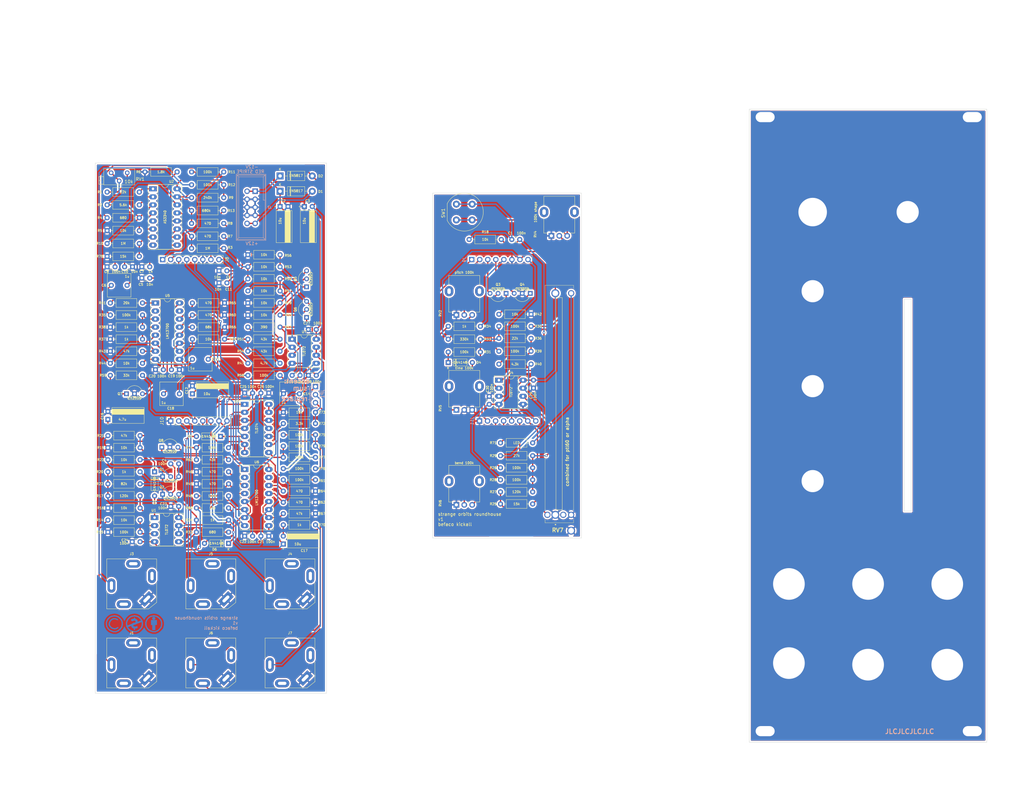
<source format=kicad_pcb>
(kicad_pcb (version 20211014) (generator pcbnew)
  (title_block (title "Freezer"))
  (layers (0 "F.Cu" signal) (31 "B.Cu" signal) (34 "B.Paste" user) (35 "F.Paste" user) (36 "B.SilkS" user "B.Silkscreen") (37 "F.SilkS" user "F.Silkscreen") (38 "B.Mask" user) (39 "F.Mask" user) (44 "Edge.Cuts" user))
  (net 0 "")
  (net 1 "GND")
  (net 2 "-12V")
  (net 3 "+12V")
  (net 4 "Net-(C5-Pad1)")
  (net 5 "Net-(C6-Pad1)")
  (net 6 "Net-(C7-Pad1)")
  (net 7 "Net-(C8-Pad2)")
  (net 8 "Net-(C9-Pad1)")
  (net 9 "Net-(C10-Pad2)")
  (net 10 "Net-(C11-Pad2)")
  (net 11 "Net-(R1-Pad2)")
  (net 12 "Net-(R1-Pad1)")
  (net 13 "Net-(D2-Pad1)")
  (net 14 "Net-(R2-Pad2)")
  (net 15 "Net-(R3-Pad1)")
  (net 16 "Net-(R5-Pad2)")
  (net 17 "Net-(R6-Pad1)")
  (net 18 "Net-(D1-Pad2)")
  (net 19 "Net-(R10-Pad2)")
  (net 20 "Net-(R10-Pad1)")
  (net 23 "Net-(C1-Pad1)")
  (net 24 "Net-(C4-Pad1)")
  (net 25 "Net-(C4-Pad2)")
  (net 26 "Net-(C13-Pad1)")
  (net 27 "Net-(C13-Pad2)")
  (net 28 "Net-(C15-Pad1)")
  (net 29 "Net-(C15-Pad2)")
  (net 30 "Net-(C17-Pad1)")
  (net 31 "Net-(C17-Pad2)")
  (net 32 "Net-(C18-Pad2)")
  (net 33 "Net-(D3-Pad2)")
  (net 34 "Net-(D4-Pad1)")
  (net 35 "Net-(D6-Pad2)")
  (net 36 "Net-(J1-PadT)")
  (net 41 "Net-(J7-PadT)")
  (net 43 "Net-(Q1-Pad2)")
  (net 44 "Net-(Q2-Pad3)")
  (net 45 "Net-(Q3-Pad2)")
  (net 46 "Net-(Q3-Pad1)")
  (net 47 "Net-(Q5-Pad2)")
  (net 48 "Net-(Q5-Pad1)")
  (net 49 "Net-(Q6-Pad2)")
  (net 50 "Net-(Q6-Pad3)")
  (net 51 "Net-(Q6-Pad1)")
  (net 52 "Net-(Q7-Pad1)")
  (net 53 "Net-(R14-Pad2)")
  (net 54 "Net-(R16-Pad2)")
  (net 55 "Net-(R30-Pad2)")
  (net 56 "Net-(R30-Pad1)")
  (net 57 "Net-(R34-Pad2)")
  (net 58 "Net-(R35-Pad2)")
  (net 59 "Net-(R36-Pad2)")
  (net 60 "Net-(R41-Pad2)")
  (net 61 "Net-(R43-Pad2)")
  (net 62 "Net-(R46-Pad2)")
  (net 63 "Net-(R48-Pad1)")
  (net 64 "Net-(R58-Pad2)")
  (net 65 "Net-(R61-Pad1)")
  (net 66 "Net-(R64-Pad2)")
  (net 67 "Net-(R65-Pad2)")
  (net 68 "Net-(R67-Pad2)")
  (net 73 "Net-(Q4-Pad1)")
  (net 74 "Net-(C16-Pad1)")
  (net 75 "Net-(Q7-Pad3)")
  (net 76 "Net-(Q8-Pad1)")
  (net 77 "Net-(R26-Pad1)")
  (net 78 "Net-(R37-Pad2)")
  (net 79 "Net-(R45-Pad2)")
  (net 80 "Net-(R66-Pad2)")
  (net 81 "Net-(R29-Pad1)")
  (net 82 "/ctrl_pcb/pitch")
  (net 83 "/main_pcb/VCO/triange_out")
  (net 84 "/ctrl_pcb/shape_jack")
  (net 85 "/main_pcb/VCO/pitch_cv")
  (net 86 "/ctrl_pcb/shape_out")
  (net 87 "/ctrl_pcb/decay_out")
  (net 88 "/ctrl_pcb/decay_jack")
  (net 89 "/main_pcb/shape_in")
  (net 90 "/main_pcb/decay_in")
  (net 91 "/main_pcb/time_in")
  (net 92 "/ctrl_pcb/time_out")
  (net 93 "/main_pcb/bend_in")
  (net 94 "/ctrl_pcb/bend_out")
  (net 95 "/ctrl_pcb/from_bend")
  (net 96 "/main_pcb/to_bend")
  (net 97 "/main_pcb/decay_jack")
  (net 98 "/main_pcb/shape_jack")
  (net 99 "/main_pcb/pitch_in")
  (net 100 "+12V_1")
  (net 101 "-12V_1")
  (net 102 "GND1")
  (net 103 "Net-(C14-Pad2)")
  (net 104 "Net-(C18-Pad1)")
  (net 105 "/ctrl_pcb/decay wiper")
  (net 106 "/main_pcb/to_LED")
  (net 107 "/ctrl_pcb/led_in")
  (net 108 "/ctrl_pcb/trig_button_out")
  (net 109 "Net-(D5-Pad2)")
  (net 110 "/main_pcb/trig_button_in")
  (net 111 "Net-(R71-Pad1)")
  (net 112 "Net-(JP1-Pad2)")
  (net 113 "Net-(R74-Pad1)")
  (net 114 "Net-(J6-PadT)")
  (net 115 "Net-(J6-PadTN)")
  (net 116 "Net-(JP1-Pad1)")
  (net 117 "Net-(Q8-Pad3)")
  (net 118 "Net-(R75-Pad2)")
  (net 119 "Net-(R77-Pad1)")
  (net 120 "Net-(U3-Pad13)")
  (footprint "ao_tht:C_Disc_D3.0mm_W1.6mm_P2.50mm" (layer "F.Cu") (at 82.336 157.988)
    (fp_text reference "C23")
    (fp_text value "100n")
  )
  (footprint "Kosmo_panel:Kosmo_Jack_Hole" (layer "F.Cu") (at 302.5 208)
    (fp_text reference "REF**" hide)
    (fp_text value "Kosmo_Jack_Hole")
  )
  (footprint "ao_tht:C_Disc_D3.0mm_W1.6mm_P2.50mm" (layer "F.Cu") (at 62.23 82.296)
    (fp_text reference "C8")
    (fp_text value "100n")
  )
  (footprint "ao_tht:R_Axial_DIN0207_L6.3mm_D2.5mm_P10.16mm_Horizontal" (layer "F.Cu") (at 186.436 141.986)
    (fp_text reference "R29")
    (fp_text value "27k")
  )
  (footprint "ao_tht:C_Disc_D3.0mm_W1.6mm_P2.50mm" (layer "F.Cu") (at 190.012 73.66)
    (fp_text reference "C1")
    (fp_text value "100n")
  )
  (footprint "ao_tht:C_Disc_D3.0mm_W1.6mm_P2.50mm" (layer "F.Cu") (at 120.65 116.586)
    (fp_text reference "C15")
    (fp_text value "10p")
  )
  (footprint "ao_tht:C_Disc_D3.0mm_W1.6mm_P2.50mm" (layer "F.Cu") (at 113.284 122.174 180)
    (fp_text reference "C26")
    (fp_text value "100n")
  )
  (footprint "ao_tht:R_Axial_DIN0207_L6.3mm_D2.5mm_P10.16mm_Horizontal" (layer "F.Cu") (at 117.856 128.27)
    (fp_text reference "R73")
    (fp_text value "10k")
  )
  (footprint "Kosmo_panel:Kosmo_Jack_Hole" (layer "F.Cu") (at 277.5 182.5)
    (fp_text reference "REF**" hide)
    (fp_text value "Kosmo_Jack_Hole")
  )
  (footprint "ao_tht:R_Axial_DIN0207_L6.3mm_D2.5mm_P10.16mm_Horizontal" (layer "F.Cu") (at 72.644 135.636 180)
    (fp_text reference "R21")
    (fp_text value "47k")
  )
  (footprint "ao_tht:Potentiometer_Bourns_3296Z_Horizontal" (layer "F.Cu") (at 68.578 52.598)
    (fp_text reference "RV1")
    (fp_text value "10k")
  )
  (footprint "ao_tht:R_Axial_DIN0207_L6.3mm_D2.5mm_P10.16mm_Horizontal" (layer "F.Cu") (at 62.484 158.496)
    (fp_text reference "R16")
    (fp_text value "10k")
  )
  (footprint "ao_tht:C_Disc_D3.0mm_W1.6mm_P2.50mm" (layer "F.Cu") (at 70.25 82.296 180)
    (fp_text reference "C10")
    (fp_text value "10n")
  )
  (footprint "Connector_PinSocket_2.54mm:PinSocket_1x08_P2.54mm_Vertical" (layer "F.Cu") (at 82.3 131 90)
    (fp_text reference "J10")
    (fp_text value "Conn_01x08_Female")
  )
  (footprint "Kosmo_panel:Kosmo_Pot_Hole" (layer "F.Cu") (at 285 65)
    (fp_text reference "REF**" hide)
    (fp_text value "Kosmo_Pot_Hole")
  )
  (footprint "ao_tht:R_Axial_DIN0207_L6.3mm_D2.5mm_P10.16mm_Horizontal" (layer "F.Cu") (at 100.584 139.446 180)
    (fp_text reference "R74")
    (fp_text value "100k")
  )
  (footprint "ao_tht:Board_Marker" (layer "F.Cu") (at 265 32.5)
    (fp_text reference "B3")
    (fp_text value "Board")
  )
  (footprint "Kosmo_panel:Kosmo_Jack_Hole" (layer "F.Cu") (at 327.5 208)
    (fp_text reference "REF**" hide)
    (fp_text value "Kosmo_Jack_Hole")
  )
  (footprint "ao_tht:D_DO-41_SOD81_P10.16mm_Horizontal" (layer "F.Cu") (at 116.84 58.42)
    (fp_text reference "D1")
    (fp_text value "1N5817")
  )
  (footprint "ao_tht:C_Disc_D3.0mm_W1.6mm_P2.50mm" (layer "F.Cu") (at 105.664 167.386)
    (fp_text reference "C22")
    (fp_text value "100n")
  )
  (footprint "ao_tht:R_Axial_DIN0207_L6.3mm_D2.5mm_P10.16mm_Horizontal" (layer "F.Cu") (at 196.088 97.282 180)
    (fp_text reference "R42")
    (fp_text value "10k")
  )
  (footprint "ao_tht:Jack_6.35mm_PJ_629HAN_slots" (layer "F.Cu") (at 70 207.5)
    (fp_text reference "J1")
    (fp_text value "trig")
  )
  (footprint "ao_tht:R_Axial_DIN0207_L6.3mm_D2.5mm_P10.16mm_Horizontal" (layer "F.Cu") (at 99.314 93.726 180)
    (fp_text reference "R65")
    (fp_text value "470")
  )
  (footprint "Symbol:Symbol_CC-Attribution_CopperTop_Small" (layer "F.Cu") (at 184.15 164.338)
    (fp_text reference "  ")
    (fp_text value "Symbol_CC-Attribution_CopperTop_Small")
  )
  (footprint "ao_tht:SW_D6R90_F1_LFS" (layer "F.Cu") (at 175 65 90)
    (fp_text reference "SW1")
    (fp_text value "SW_D6R90")
  )
  (footprint "ao_tht:R_Axial_DIN0207_L6.3mm_D2.5mm_P10.16mm_Horizontal" (layer "F.Cu") (at 180.086 105.156 180)
    (fp_text reference "R33")
    (fp_text value "330k")
  )
  (footprint "ao_tht:R_Axial_DIN0207_L6.3mm_D2.5mm_P10.16mm_Horizontal" (layer "F.Cu") (at 90.424 147.066)
    (fp_text reference "R46")
    (fp_text value "470")
  )
  (footprint "ao_tht:R_Axial_DIN0207_L6.3mm_D2.5mm_P10.16mm_Horizontal" (layer "F.Cu") (at 62.23 70.866)
    (fp_text reference "R5")
    (fp_text value "10k")
  )
  (footprint "ao_tht:R_Axial_DIN0207_L6.3mm_D2.5mm_P10.16mm_Horizontal" (layer "F.Cu") (at 106.67 108.966)
    (fp_text reference "R54")
    (fp_text value "43k")
  )
  (footprint "ao_tht:DIP-8_W7.62mm_Socket_LongPads" (layer "F.Cu") (at 120.65 105.156)
    (fp_text reference "U7")
    (fp_text value "TL072")
  )
  (footprint "Kosmo_panel:Kosmo_Panel_Dual_Slotted_Mounting_Holes" (layer "F.Cu") (at 268.6 229)
    (fp_text reference "REF**" hide)
    (fp_text value "Kosmo_Panel_Dual_Slotted_Mounting_Holes")
  )
  (footprint "ao_tht:C_Disc_D3.0mm_W1.6mm_P2.50mm" (layer "F.Cu") (at 196.85 120.61 90)
    (fp_text reference "C29")
    (fp_text value "100n")
  )
  (footprint "ao_tht:R_Axial_DIN0207_L6.3mm_D2.5mm_P10.16mm_Horizontal" (layer "F.Cu") (at 72.39 74.93 180)
    (fp_text reference "R10")
    (fp_text value "1M")
  )
  (footprint "ao_tht:DIP-16_W7.62mm_Socket_LongPads" (layer "F.Cu") (at 105.664 146.304)
    (fp_text reference "U6")
    (fp_text value "LM13700")
  )
  (footprint "ao_tht:R_Axial_DIN0207_L6.3mm_D2.5mm_P10.16mm_Horizontal" (layer "F.Cu") (at 99.314 105.156 180)
    (fp_text reference "R69")
    (fp_text value "10k")
  )
  (footprint "ao_tht:Board_Marker" (layer "F.Cu") (at 165 59)
    (fp_text reference "B1")
    (fp_text value "Board")
  )
  (footprint "ao_tht:DIP-8_W7.62mm_Socket_LongPads" (layer "F.Cu") (at 185.928 118.11)
    (fp_text reference "U4")
    (fp_text value "TL072")
  )
  (footprint "ao_tht:TO-92_Inline_Wide" (layer "F.Cu") (at 79.502 139.298)
    (fp_text reference "Q8")
    (fp_text value "2N3906")
  )
  (footprint "Connector_PinSocket_2.54mm:PinSocket_1x08_P2.54mm_Vertical" (layer "F.Cu") (at 79.76 80 90)
    (fp_text reference "J8")
    (fp_text value "Conn_01x08_Female")
  )
  (footprint "ao_tht:C_Disc_D3.0mm_W1.6mm_P2.50mm" (layer "F.Cu") (at 100.056 83.566 180)
    (fp_text reference "C9")
    (fp_text value "10n")
  )
  (footprint "ao_tht:R_Axial_DIN0207_L6.3mm_D2.5mm_P10.16mm_Horizontal" (layer "F.Cu") (at 128.016 156.718 180)
    (fp_text reference "R62")
    (fp_text value "470")
  )
  (footprint "ao_tht:R_Axial_DIN0207_L6.3mm_D2.5mm_P10.16mm_Horizontal" (layer "F.Cu") (at 196.088 101.092 180)
    (fp_text reference "R30")
    (fp_text value "100k")
  )
  (footprint "ao_tht:C_Disc_D3.0mm_W1.6mm_P2.50mm" (layer "F.Cu") (at 182.88 123.23 -90)
    (fp_text reference "C30")
    (fp_text value "100n")
  )
  (footprint "ao_tht:R_Axial_DIN0207_L6.3mm_D2.5mm_P10.16mm_Horizontal" (layer "F.Cu") (at 185.928 113.03)
    (fp_text reference "R40")
    (fp_text value "4.3k")
  )
  (footprint "ao_tht:R_Axial_DIN0207_L6.3mm_D2.5mm_P10.16mm_Horizontal" (layer "F.Cu") (at 62.484 162.306)
    (fp_text reference "R14")
    (fp_text value "10k")
  )
  (footprint "ao_tht:R_Axial_DIN0207_L6.3mm_D2.5mm_P10.16mm_Horizontal" (layer "F.Cu") (at 99.06 52.324 180)
    (fp_text reference "R11")
    (fp_text value "100k")
  )
  (footprint "ao_tht:R_Axial_DIN0207_L6.3mm_D2.5mm_P10.16mm_Horizontal" (layer "F.Cu") (at 116.84 116.586 180)
    (fp_text reference "R58")
    (fp_text value "100k")
  )
  (footprint "ao_tht:R_Axial_DIN0207_L6.3mm_D2.5mm_P10.16mm_Horizontal" (layer "F.Cu") (at 116.84 82.296 180)
    (fp_text reference "R53")
    (fp_text value "10k")
  )
  (footprint "Kosmo_panel:Kosmo_Jack_Hole" (layer "F.Cu") (at 302.5 182.5)
    (fp_text reference "REF**" hide)
    (fp_text value "Kosmo_Jack_Hole")
  )
  (footprint "ao_tht:D_DO-35_SOD27_P7.62mm_Horizontal" (layer "F.Cu") (at 98.044 135.89 180)
    (fp_text reference "D5")
    (fp_text value "1N4148")
  )
  (footprint "ao_tht:R_Axial_DIN0207_L6.3mm_D2.5mm_P10.16mm_Horizontal" (layer "F.Cu") (at 185.928 104.902)
    (fp_text reference "R36")
    (fp_text value "22k")
  )
  (footprint "ao_tht:CP_Radial_horizontalflat_D5mm_P2.50mm_H10mm_south" (layer "F.Cu") (at 117.856 169.886 90)
    (fp_text reference "C17")
    (fp_text value "10u")
  )
  (footprint "ao_tht:D_DO-35_SOD27_P7.62mm_Horizontal" (layer "F.Cu") (at 169.926 112.522)
    (fp_text reference "D4")
    (fp_text value "1N4148")
  )
  (footprint "ao_tht:DIP-16_W7.62mm_Socket_LongPads" (layer "F.Cu") (at 76.708 57.658)
    (fp_text reference "U2")
    (fp_text value "AS3340")
  )
  (footprint "ao_tht:R_Axial_DIN0207_L6.3mm_D2.5mm_P10.16mm_Horizontal" (layer "F.Cu") (at 88.9 56.388)
    (fp_text reference "R12")
    (fp_text value "100k")
  )
  (footprint "ao_tht:C_Disc_D3.0mm_W1.6mm_P2.50mm" (layer "F.Cu") (at 84.836 144.526 180)
    (fp_text reference "C4")
    (fp_text value "100n")
  )
  (footprint "ao_tht:TO-92_Inline_Wide" (layer "F.Cu") (at 125.222 88.646 90)
    (fp_text reference "Q5")
    (fp_text value "2N3904")
  )
  (footprint "ao_tht:R_Axial_DIN0207_L6.3mm_D2.5mm_P10.16mm_Horizontal" (layer "F.Cu") (at 99.06 68.58 180)
    (fp_text reference "R8")
    (fp_text value "470")
  )
  (footprint "ao_tht:R_Axial_DIN0207_L6.3mm_D2.5mm_P10.16mm_Horizontal" (layer "F.Cu") (at 99.314 97.536 180)
    (fp_text reference "R60")
    (fp_text value "470")
  )
  (footprint "ao_tht:R_Axial_DIN0207_L6.3mm_D2.5mm_P10.16mm_Horizontal" (layer "F.Cu") (at 117.856 135.382)
    (fp_text reference "R75")
    (fp_text value "100k")
  )
  (footprint "ao_tht:R_Axial_DIN0207_L6.3mm_D2.5mm_P10.16mm_Horizontal" (layer "F.Cu") (at 84.328 52.324 180)
    (fp_text reference "R6")
    (fp_text value "1.8k")
  )
  (footprint "ao_tht:R_Axial_DIN0207_L6.3mm_D2.5mm_P10.16mm_Horizontal" (layer "F.Cu") (at 128.016 138.938 180)
    (fp_text reference "R79")
    (fp_text value "100k")
  )
  (footprint "ao_tht:Potentiometer_Bourns_PTL6015_Single_Slide_LED_walpha" (layer "F.Cu") (at 203.75 160.65 90)
    (fp_text reference "RV7")
    (fp_text value "R_SLIDE_POT_LED" hide)
  )
  (footprint "Symbol:Symbol_CC-ShareAlike_CopperTop_Small" (layer "F.Cu") (at 195.58 164.338)
    (fp_text reference "  ")
    (fp_text value "Symbol_CC-ShareAlike_CopperTop_Small")
  )
  (footprint "ao_tht:C_Disc_D3.0mm_W1.6mm_P2.50mm" (layer "F.Cu") (at 85.05 114.808 180)
    (fp_text reference "C19")
    (fp_text value "100n")
  )
  (footprint "ao_tht:CP_Radial_horizontalflat_D5mm_P2.50mm_H10mm_south" (layer "F.Cu") (at 62.484 130.516 90)
    (fp_text reference "C16")
    (fp_text value "4.7u")
  )
  (footprint "ao_tht:R_Axial_DIN0207_L6.3mm_D2.5mm_P10.16mm_Horizontal" (layer "F.Cu") (at 99.06 60.452 180)
    (fp_text reference "R9")
    (fp_text value "240k")
  )
  (footprint "ao_tht:R_Axial_DIN0207_L6.3mm_D2.5mm_P10.16mm_Horizontal" (layer "F.Cu") (at 88.9 76.454)
    (fp_text reference "R3")
    (fp_text value "1M")
  )
  (footprint "ao_tht:C_Disc_D3.0mm_W1.6mm_P2.50mm" (layer "F.Cu") (at 113.284 167.386 180)
    (fp_text reference "C21")
    (fp_text value "100n")
  )
  (footprint "ao_tht:D_DO-35_SOD27_P7.62mm_Horizontal" (layer "F.Cu") (at 77.216 147.066 -90)
    (fp_text reference "D3")
    (fp_text value "1N4148")
  )
  (footprint "ao_tht:R_Axial_DIN0207_L6.3mm_D2.5mm_P10.16mm_Horizontal" (layer "F.Cu") (at 128.016 131.826 180)
    (fp_text reference "R72")
    (fp_text value "3.3k")
  )
  (footprint "ao_tht:R_Axial_DIN0207_L6.3mm_D2.5mm_P10.16mm_Horizontal" (layer "F.Cu") (at 62.484 166.116)
    (fp_text reference "R15")
    (fp_text value "100k")
  )
  (footprint "ao_tht:R_Axial_DIN0207_L6.3mm_D2.5mm_P10.16mm_Horizontal" (layer "F.Cu") (at 72.644 154.686 180)
    (fp_text reference "R17")
    (fp_text value "120k")
  )
  (footprint "ao_tht:DIP-8_W7.62mm_Socket_LongPads" (layer "F.Cu") (at 77.216 161.544)
    (fp_text reference "U1")
    (fp_text value "TL072")
  )
  (footprint "Kosmo_panel:Kosmo_Panel_Dual_Slotted_Mounting_Holes" (layer "F.Cu") (at 334 229)
    (fp_text reference "REF**" hide)
    (fp_text value "Kosmo_Panel_Dual_Slotted_Mounting_Holes")
  )
  (footprint "Symbol:Symbol_CC-Noncommercial_CopperTop_Small" (layer "F.Cu") (at 189.84087 164.24402)
    (fp_text reference "  ")
    (fp_text value "Symbol_CC-Noncommercial_CopperTop_Small")
  )
  (footprint "ao_tht:C_Rect_L7.2mm_W7.2mm_P5.00mm_FKS2_FKP2_MKS2_MKP2" (layer "F.Cu") (at 117.936 122.428)
    (fp_text reference "C14")
    (fp_text value "1u")
  )
  (footprint "ao_tht:R_Axial_DIN0207_L6.3mm_D2.5mm_P10.16mm_Horizontal" (layer "F.Cu") (at 100.584 154.686 180)
    (fp_text reference "R48")
    (fp_text value "100k")
  )
  (footprint "ao_tht:R_Axial_DIN0207_L6.3mm_D2.5mm_P10.16mm_Horizontal" (layer "F.Cu") (at 62.23 62.738)
    (fp_text reference "R2")
    (fp_text value "5.6k")
  )
  (footprint "ao_tht:C_Rect_L7.2mm_W7.2mm_P5.00mm_FKS2_FKP2_MKS2_MKP2" (layer "F.Cu") (at 89.154 111.506)
    (fp_text reference "C13")
    (fp_text value "1u")
  )
  (footprint "ao_tht:R_Axial_DIN0207_L6.3mm_D2.5mm_P10.16mm_Horizontal" (layer "F.Cu") (at 117.856 149.606)
    (fp_text reference "R61")
    (fp_text value "100k")
  )
  (footprint "ao_tht:R_Axial_DIN0207_L6.3mm_D2.5mm_P10.16mm_Horizontal" (layer "F.Cu") (at 196.596 145.796 180)
    (fp_text reference "R26")
    (fp_text value "100k")
  )
  (footprint "ao_tht:R_Axial_DIN0207_L6.3mm_D2.5mm_P10.16mm_Horizontal" (layer "F.Cu") (at 99.314 101.346 180)
    (fp_text reference "R66")
    (fp_text value "68k")
  )
  (footprint "ao_tht:R_Axial_DIN0207_L6.3mm_D2.5mm_P10.16mm_Horizontal" (layer "F.Cu") (at 117.856 163.83)
    (fp_text reference "R70")
    (fp_text value "1k")
  )
  (footprint "ao_tht:R_Axial_DIN0207_L6.3mm_D2.5mm_P10.16mm_Horizontal" (layer "F.Cu") (at 62.484 139.446)
    (fp_text reference "R19")
    (fp_text value "10k")
  )
  (footprint "ao_tht:R_Axial_DIN0207_L6.3mm_D2.5mm_P10.16mm_Horizontal" (layer "F.Cu") (at 99.06 64.516 180)
    (fp_text reference "R13")
    (fp_text value "680k")
  )
  (footprint "ao_tht:C_Disc_D3.0mm_W1.6mm_P2.50mm" (layer "F.Cu") (at 125.75 102.108)
    (fp_text reference "C27")
    (fp_text value "100n")
  )
  (footprint "ao_tht:R_Axial_DIN0207_L6.3mm_D2.5mm_P10.16mm_Horizontal" (layer "F.Cu") (at 106.68 78.486)
    (fp_text reference "R56")
    (fp_text value "10k")
  )
  (footprint "ao_tht:R_Axial_DIN0207_L6.3mm_D2.5mm_P10.16mm_Horizontal" (layer "F.Cu") (at 63.246 97.536)
    (fp_text reference "R35")
    (fp_text value "100k")
  )
  (footprint "ao_tht:R_Axial_DIN0207_L6.3mm_D2.5mm_P10.16mm_Horizontal" (layer "F.Cu") (at 63.246 93.726)
    (fp_text reference "R41")
    (fp_text value "20k")
  )
  (footprint "ao_tht:R_Axial_DIN0207_L6.3mm_D2.5mm_P10.16mm_Horizontal" (layer "F.Cu") (at 106.67 105.156)
    (fp_text reference "R51")
    (fp_text value "43k")
  )
  (footprint "ao_tht:R_Axial_DIN0207_L6.3mm_D2.5mm_P10.16mm_Horizontal" (layer "F.Cu") (at 106.68 89.916)
    (fp_text reference "R57")
    (fp_text value "10k")
  )
  (footprint "ao_tht:Potentiometer_Alpha_RD901F-40-00D_Single_Vertical_centered" (layer "F.Cu") (at 175 90 90)
    (fp_text reference "RV2")
    (fp_text value "pitch 100k")
  )
  (footprint "ao_tht:Potentiometer_Alpha_RD901F-40-00D_Single_Vertical_centered" (layer "F.Cu") (at 175 120 90)
    (fp_text reference "RV5")
    (fp_text value "time 100k")
  )
  (footprint "ao_tht:R_Axial_DIN0207_L6.3mm_D2.5mm_P10.16mm_Horizontal" (layer "F.Cu") (at 128.016 160.274 180)
    (fp_text reference "R67")
    (fp_text value "47k")
  )
  (footprint "ao_tht:R_Axial_DIN0207_L6.3mm_D2.5mm_P10.16mm_Horizontal" (layer "F.Cu") (at 128.016 153.162 180)
    (fp_text reference "R64")
    (fp_text value "470")
  )
  (footprint "ao_tht:C_Disc_D3.0mm_W1.6mm_P2.50mm" (layer "F.Cu") (at 105.664 122.174)
    (fp_text reference "C25")
    (fp_text value "100n")
  )
  (footprint "ao_tht:R_Axial_DIN0207_L6.3mm_D2.5mm_P10.16mm_Horizontal" (layer "F.Cu") (at 196.088 108.966 180)
    (fp_text reference "R39")
    (fp_text value "100k")
  )
  (footprint "ao_tht:R_Axial_DIN0207_L6.3mm_D2.5mm_P10.16mm_Horizontal" (layer "F.Cu") (at 176.53 73.66)
    (fp_text reference "R18")
    (fp_text value "10k")
  )
  (footprint "ao_tht:R_Axial_DIN0207_L6.3mm_D2.5mm_P10.16mm_Horizontal" (layer "F.Cu") (at 72.644 150.876 180)
    (fp_text reference "R22")
    (fp_text value "82k")
  )
  (footprint "ao_tht:R_Axial_DIN0207_L6.3mm_D2.5mm_P10.16mm_Horizontal" (layer "F.Cu") (at 88.9 72.644)
    (fp_text reference "R7")
    (fp_text value "470")
  )
  (footprint "ao_tht:R_Axial_DIN0207_L6.3mm_D2.5mm_P10.16mm_Horizontal" (layer "F.Cu") (at 63.246 101.346)
    (fp_text reference "R38")
    (fp_text value "1k")
  )
  (footprint "ao_tht:R_Axial_DIN0207_L6.3mm_D2.5mm_P10.16mm_Horizontal" (layer "F.Cu") (at 100.584 166.116 180)
    (fp_text reference "R32")
    (fp_text value "680")
  )
  (footprint "ao_tht:R_Axial_DIN0207_L6.3mm_D2.5mm_P10.16mm_Horizontal" (layer "F.Cu") (at 62.484 143.256)
    (fp_text reference "R23")
    (fp_text value "10k")
  )
  (footprint "Kosmo_panel:Kosmo_Jack_Hole" (layer "F.Cu") (at 327.5 182.5)
    (fp_text reference "REF**" hide)
    (fp_text value "Kosmo_Jack_Hole")
  )
  (footprint "ao_tht:R_Axial_DIN0207_L6.3mm_D2.5mm_P10.16mm_Horizontal" (layer "F.Cu") (at 90.424 162.306)
    (fp_text reference "R24")
    (fp_text value "1k")
  )
  (footprint "Kosmo_panel:Kosmo_Pot_Hole" (layer "F.Cu") (at 285 120)
    (fp_text reference "REF**" hide)
    (fp_text value "Kosmo_Pot_Hole")
  )
  (footprint "ao_tht:R_Axial_DIN0207_L6.3mm_D2.5mm_P10.16mm_Horizontal" (layer "F.Cu") (at 196.596 137.922 180)
    (fp_text reference "R71")
    (fp_text value "LED")
  )
  (footprint "ao_tht:R_Axial_DIN0207_L6.3mm_D2.5mm_P10.16mm_Horizontal" (layer "F.Cu") (at 106.68 97.536)
    (fp_text reference "R55")
    (fp_text value "10k")
  )
  (footprint "ao_tht:R_Axial_DIN0207_L6.3mm_D2.5mm_P10.16mm_Horizontal" (layer "F.Cu") (at 62.23 78.994)
    (fp_text reference "R78")
    (fp_text value "15k")
  )
  (footprint "ao_tht:CP_Radial_horizontalflat_D5mm_P2.50mm_H10mm_south" (layer "F.Cu") (at 89.154 122.428 90)
    (fp_text reference "C12")
    (fp_text value "10u")
  )
  (footprint "ao_tht:R_Axial_DIN0207_L6.3mm_D2.5mm_P10.16mm_Horizontal" (layer "F.Cu") (at 62.23 66.802)
    (fp_text reference "R4")
    (fp_text value "680")
  )
  (footprint "ao_tht:Jack_6.35mm_PJ_629HAN_slots" (layer "F.Cu") (at 95 207.5)
    (fp_text reference "J6")
    (fp_text value "accent")
  )
  (footprint "ao_tht:R_Axial_DIN0207_L6.3mm_D2.5mm_P10.16mm_Horizontal" (layer "F.Cu") (at 100.584 143.256 180)
    (fp_text reference "R63")
    (fp_text value "43k")
  )
  (footprint "ao_tht:TO-92_Inline_Wide" (layer "F.Cu") (at 68.326 122.428)
    (fp_text reference "Q7")
    (fp_text value "2N3906")
  )
  (footprint "ao_tht:DIP-14_W7.62mm_Socket_LongPads" (layer "F.Cu") (at 105.664 125.73)
    (fp_text reference "U3")
    (fp_text value "TL074")
  )
  (footprint "ao_tht:TO-92_Inline_Wide" (layer "F.Cu") (at 125.222 98.298 90)
    (fp_text reference "Q6")
    (fp_text value "2N3904")
  )
  (footprint "ao_tht:R_Axial_DIN0207_L6.3mm_D2.5mm_P10.16mm_Horizontal" (layer "F.Cu") (at 63.246 105.156)
    (fp_text reference "R37")
    (fp_text value "1k")
  )
  (footprint "ao_tht:TO-92_Inline_Wide" (layer "F.Cu") (at 195.834 90.678 180)
    (fp_text reference "Q4")
    (fp_text value "2N3906")
  )
  (footprint "ao_tht:C_Disc_D3.0mm_W1.6mm_P2.50mm" (layer "F.Cu") (at 70.144 169.164)
    (fp_text reference "C24")
    (fp_text value "100n")
  )
  (footprint "ao_tht:R_Axial_DIN0207_L6.3mm_D2.5mm_P10.16mm_Horizontal" (layer "F.Cu") (at 63.246 116.586)
    (fp_text reference "R59")
    (fp_text value "33k")
  )
  (footprint "ao_tht:Jack_6.35mm_PJ_629HAN_slots" (layer "F.Cu") (at 70 182.5)
    (fp_text reference "J3")
    (fp_text value "pitch cv")
  )
  (footprint "ao_tht:R_Axial_DIN0207_L6.3mm_D2.5mm_P10.16mm_Horizontal" (layer "F.Cu") (at 106.68 101.346)
    (fp_text reference "R52")
    (fp_text value "390")
  )
  (footprint "ao_tht:C_Disc_D3.0mm_W1.6mm_P2.50mm" (layer "F.Cu") (at 77.49 114.808)
    (fp_text reference "C20")
    (fp_text value "100n")
  )
  (footprint "ao_tht:Potentiometer_Alpha_RD901F-40-00D_Single_Vertical_centered" (layer "F.Cu") (at 205 65 90)
    (fp_text reference "RV4")
    (fp_text value "100k shape")
  )
  (footprint "ao_tht:C_Disc_D3.0mm_W1.6mm_P2.50mm" (layer "F.Cu") (at 75.692 82.296 180)
    (fp_text reference "C7")
    (fp_text value "1n")
  )
  (footprint "ao_tht:C_Disc_D3.0mm_W1.6mm_P2.50mm" (layer "F.Cu") (at 97.556 87.376)
    (fp_text reference "C11")
    (fp_text value "10n")
  )
  (footprint "ao_tht:R_Axial_DIN0207_L6.3mm_D2.5mm_P10.16mm_Horizontal" (layer "F.Cu") (at 63.246 112.776)
    (fp_text reference "R44")
    (fp_text value "10k")
  )
  (footprint "ao_tht:R_Axial_DIN0207_L6.3mm_D2.5mm_P10.16mm_Horizontal" (layer "F.Cu") (at 72.644 147.066 180)
    (fp_text reference "R20")
    (fp_text value "1k")
  )
  (footprint "Kosmo_panel:Kosmo_Pot_Hole" (layer "F.Cu") (at 285 90)
    (fp_text reference "REF**" hide)
    (fp_text value "Kosmo_Pot_Hole")
  )
  (footprint "ao_tht:Jack_6.35mm_PJ_629HAN_slots" (layer "F.Cu") (at 120 207.5)
    (fp_text reference "J7")
    (fp_text value "OUT")
  )
  (footprint "ao_tht:D_DO-35_SOD27_P7.62mm_Horizontal" (layer "F.Cu") (at 100.584 169.672 180)
    (fp_text reference "D6")
    (fp_text value "1N4148")
  )
  (footprint "ao_tht:R_Axial_DIN0207_L6.3mm_D2.5mm_P10.16mm_Horizontal" (layer "F.Cu") (at 106.67 112.766)
    (fp_text reference "R47")
    (fp_text value "4.7k")
  )
  (footprint "ao_tht:R_Axial_DIN0207_L6.3mm_D2.5mm_P10.16mm_Horizontal" (layer "F.Cu") (at 117.856 142.494)
    (fp_text reference "R77")
    (fp_text value "100k")
  )
  (footprint "ao_tht:C_Rect_L7.2mm_W7.2mm_P5.00mm_FKS2_FKP2_MKS2_MKP2" (layer "F.Cu") (at 68.54 88.138 180)
    (fp_text reference "C6")
    (fp_text value "1u")
  )
  (footprint "ao_tht:R_Axial_DIN0207_L6.3mm_D2.5mm_P10.16mm_Horizontal" (layer "F.Cu") (at 186.436 149.606)
    (fp_text reference "R28")
    (fp_text value "100k")
  )
  (footprint "Kosmo_panel:Kosmo_Pot_Hole" (layer "F.Cu") (at 285 150)
    (fp_text reference "REF**" hide)
    (fp_text value "Kosmo_Pot_Hole")
  )
  (footprint "kickall_panel:kickall_panel" (layer "F.Cu") (at 302.5 132.5)
    (fp_text reference "G***")
    (fp_text value "LOGO" hide)
  )
  (footprint "ao_tht:Potentiometer_Alpha_RD901F-40-00D_Single_Vertical_centered" (layer "F.Cu") (at 175 150 90)
    (fp_text reference "RV6")
    (fp_text value "bend 100k")
  )
  (footprint "ao_tht:C_Disc_D3.0mm_W1.6mm_P2.50mm" (layer "F.Cu") (at 75.692 85.852 180)
    (fp_text reference "C5")
    (fp_text value "10n")
  )
  (footprint "ao_tht:R_Axial_DIN0207_L6.3mm_D2.5mm_P10.16mm_Horizontal" (layer "F.Cu") (at 196.596 153.416 180)
    (fp_text reference "R27")
    (fp_text value "120k")
  )
  (footprint "ao_tht:R_Axial_DIN0207_L6.3mm_D2.5mm_P10.16mm_Horizontal" (layer "F.Cu") (at 116.84 86.106 180)
    (fp_text reference "R50")
    (fp_text value "10k")
  )
  (footprint "ao_tht:R_Axial_DIN0207_L6.3mm_D2.5mm_P10.16mm_Horizontal" (layer "F.Cu") (at 186.436 157.226)
    (fp_text reference "R25")
    (fp_text value "15k")
  )
  (footprint "ao_tht:Jack_6.35mm_PJ_629HAN_slots" (layer "F.Cu") (at 120 182.5)
    (fp_text reference "J4")
    (fp_text value "decay cv")
  )
  (footprint "ao_tht:C_Rect_L7.2mm_W7.2mm_P5.00mm_FKS2_FKP2_MKS2_MKP2" (layer "F.Cu") (at 80.05 122.428)
    (fp_text reference "C18")
    (fp_text value "1u")
  )
  (footprint "ao_tht:CP_Radial_horizontalflat_D5mm_P2.50mm_H10mm_south" (layer "F.Cu") (at 124.5 63.246)
    (fp_text reference "C3")
    (fp_text value "10u")
  )
  (footprint "ao_tht:R_Axial_DIN0207_L6.3mm_D2.5mm_P10.16mm_Horizontal" (layer "F.Cu") (at 117.856 146.05)
    (fp_text reference "R76")
    (fp_text value "100k")
  )
  (footprint "Kosmo_panel:Kosmo_Pot_Hole" (layer "F.Cu") (at 315 65)
    (fp_text reference "REF**" hide)
    (fp_text value "Kosmo_Pot_Hole")
  )
  (footprint "ao_tht:R_Axial_DIN0207_L6.3mm_D2.5mm_P10.16mm_Horizontal" (layer "F.Cu") (at 180.086 101.092 180)
    (fp_text reference "R34")
    (fp_text value "1k")
  )
  (footprint "ao_tht:Jack_6.35mm_PJ_629HAN_slots" (layer "F.Cu") (at 95 182.5)
    (fp_text reference "J5")
    (fp_text value "cv_shape")
  )
  (footprint "ao_tht:TO-92_Inline_Wide" (layer "F.Cu") (at 79.756 148.59)
    (fp_text reference "Q1")
    (fp_text value "2N3904")
  )
  (footprint "ao_tht:R_Axial_DIN0207_L6.3mm_D2.5mm_P10.16mm_Horizontal" (layer "F.Cu") (at 62.23 58.674)
    (fp_text reference "R1")
    (fp_text value "22k")
  )
  (footprint "ao_tht:TO-92_Inline_Wide" (layer "F.Cu") (at 188.214 90.678 180)
    (fp_text reference "Q3")
    (fp_text value "2N3906")
  )
  (footprint "ao_tht:R_Axial_DIN0207_L6.3mm_D2.5mm_P10.16mm_Horizontal" (layer "F.Cu") (at 63.246 108.966)
    (fp_text reference "R43")
    (fp_text value "47k")
  )
  (footprint "Kosmo_panel:Kosmo_Jack_Hole" (layer "F.Cu") (at 277.5 207.5)
    (fp_text reference "REF**" hide)
    (fp_text value "Kosmo_Jack_Hole")
  )
  (footprint "ao_tht:CP_Radial_horizontalflat_D5mm_P2.50mm_H10mm_south" (layer "F.Cu") (at 116.84 63.246)
    (fp_text reference "C2")
    (fp_text value "10u")
  )
  (footprint "ao_tht:R_Axial_DIN0207_L6.3mm_D2.5mm_P10.16mm_Horizontal" (layer "F.Cu") (at 90.424 158.496)
    (fp_text reference "R68")
    (fp_text value "10k")
  )
  (footprint "ao_tht:R_Axial_DIN0207_L6.3mm_D2.5mm_P10.16mm_Horizontal" (layer "F.Cu") (at 90.424 150.876)
    (fp_text reference "R45")
    (fp_text value "470")
  )
  (footprint "ao_tht:Board_Marker" (layer "F.Cu") (at 58.5 49.5)
    (fp_text reference "B2")
    (fp_text value "Board")
  )
  (footprint "ao_tht:TO-92_Inline_Wide" (layer "F.Cu") (at 79.756 154.178)
    (fp_text reference "Q2")
    (fp_text value "2N3904")
  )
  (footprint "ao_tht:R_Axial_DIN0207_L6.3mm_D2.5mm_P10.16mm_Horizontal" (layer "F.Cu") (at 106.68 93.726)
    (fp_text reference "R49")
    (fp_text value "10k")
  )
  (footprint "ao_tht:C_Disc_D3.0mm_W1.6mm_P2.50mm" (layer "F.Cu") (at 125.77 116.586)
    (fp_text reference "C28")
    (fp_text value "100n")
  )
  (footprint "ao_tht:R_Axial_DIN0207_L6.3mm_D2.5mm_P10.16mm_Horizontal" (layer "F.Cu") (at 169.926 109.22)
    (fp_text reference "R31")
    (fp_text value "100k")
  )
  (footprint "ao_tht:DIP-16_W7.62mm_Socket_LongPads" (layer "F.Cu") (at 77.47 93.726)
    (fp_text reference "U5")
    (fp_text value "LM13700")
  )
  (footprint "ao_tht:D_DO-41_SOD81_P10.16mm_Horizontal" (layer "F.Cu") (at 116.84 53.594)
    (fp_text reference "D2")
    (fp_text value "1N5817")
  )
  (footprint "Symbol:Symbol_CC-Attribution_CopperTop_Small" (layer "B.Cu") (at 76.962 195.072 180)
    (fp_text reference "  ")
    (fp_text value "Symbol_CC-Attribution_CopperTop_Small")
  )
  (footprint "Connector_PinHeader_2.54mm:PinHeader_1x08_P2.54mm_Vertical" (layer "B.Cu") (at 177.34 80 -90)
    (fp_text reference "J9")
    (fp_text value "Conn_01x08_Male")
  )
  (footprint "Symbol:Symbol_CC-ShareAlike_CopperTop_Small" (layer "B.Cu") (at 64.516 195.072 180)
    (fp_text reference " ")
    (fp_text value "Symbol_CC-ShareAlike_CopperTop_Small")
  )
  (footprint "Connector_PinHeader_2.54mm:PinHeader_1x08_P2.54mm_Vertical" (layer "B.Cu") (at 179.8 131 -90)
    (fp_text reference "J11")
    (fp_text value "Conn_01x08_Male")
  )
  (footprint "Symbol:Symbol_CC-Noncommercial_CopperTop_Small" (layer "B.Cu") (at 70.866 195.072 180)
    (fp_text reference " ")
    (fp_text value "Symbol_CC-Noncommercial_CopperTop_Small")
  )
  (footprint "ao_tht:Power_Header" (layer "B.Cu") (at 108.966 58.42 180)
    (fp_text reference "J2")
    (fp_text value "Synth_power_2x5")
  )
  (footprint "Connector_PinHeader_2.54mm:PinHeader_1x03_P2.54mm_Vertical" (layer "B.Cu") (at 128.016 120.142 180)
    (fp_text reference "JP1")
    (fp_text value "accent: sum or replace")
  )
  (gr_line (start 126.492 120.142) (end 126.238 120.142) (layer "B.SilkS") (width 0.15))
  (gr_line (start 125.73 124.206) (end 126.238 124.206) (layer "B.SilkS") (width 0.15))
  (gr_line (start 125.603 120.904) (end 126.238 120.904) (layer "B.SilkS") (width 0.15))
  (gr_line (start 126.238 122.936) (end 126.238 125.222) (layer "B.SilkS") (width 0.15))
  (gr_line (start 126.238 122.428) (end 126.492 122.428) (layer "B.SilkS") (width 0.15))
  (gr_line (start 126.238 120.142) (end 126.238 122.428) (layer "B.SilkS") (width 0.15))
  (gr_line (start 126.492 122.936) (end 126.238 122.936) (layer "B.SilkS") (width 0.15))
  (gr_line (start 126.238 125.222) (end 126.492 125.222) (layer "B.SilkS") (width 0.15))
  (gr_line (start 313.9 159.5) (end 316.1 159.5) (layer "Edge.Cuts") (width 0.1))
  (gr_line (start 313.9 92.5) (end 313.9 159.5) (layer "Edge.Cuts") (width 0.1))
  (gr_line (start 212 168) (end 165 168) (layer "Edge.Cuts") (width 0.1))
  (gr_line (start 316.1 92.5) (end 313.9 92.5) (layer "Edge.Cuts") (width 0.1))
  (gr_line (start 131.5 49.5) (end 58.5 49.5) (layer "Edge.Cuts") (width 0.1))
  (gr_line (start 131.5 49.5) (end 131.5 217) (layer "Edge.Cuts") (width 0.1))
  (gr_line (start 340 32.5) (end 340 232.5) (layer "Edge.Cuts") (width 0.1))
  (gr_line (start 316.1 159.5) (end 316.1 92.5) (layer "Edge.Cuts") (width 0.1))
  (gr_line (start 58.5 49.5) (end 58.5 217) (layer "Edge.Cuts") (width 0.1))
  (gr_line (start 131.5 217) (end 58.5 217) (layer "Edge.Cuts") (width 0.1))
  (gr_line (start 340 32.5) (end 265 32.5) (layer "Edge.Cuts") (width 0.1))
  (gr_line (start 212 59) (end 165 59) (layer "Edge.Cuts") (width 0.1))
  (gr_line (start 165 59) (end 165 168) (layer "Edge.Cuts") (width 0.1))
  (gr_line (start 212 59) (end 212 168) (layer "Edge.Cuts") (width 0.1))
  (gr_line (start 265 232.5) (end 340 232.5) (layer "Edge.Cuts") (width 0.1))
  (gr_line (start 265 32.5) (end 265 232.5) (layer "Edge.Cuts") (width 0.1))
  (gr_text "strange orbits roundhouse\nv1\nbefaco kickall" (at 103.632 194.818) (layer "B.SilkS") (effects (font (size 1 1)) (justify left mirror)))
  (gr_text "replace" (at 121.412 123.952) (layer "B.SilkS") (effects (font (size 1.5 1.5) (thickness 0.3)) (justify mirror)))
  (gr_text "sum\n" (at 123.19 120.65) (layer "B.SilkS") (effects (font (size 1.5 1.5) (thickness 0.3)) (justify mirror)))
  (gr_text "accent:\n" (at 122.174 118.364) (layer "B.SilkS") (effects (font (size 1.5 1.5) (thickness 0.3)) (justify mirror)))
  (gr_text "JLCJLCJLCJLC" (at 315.608 229.108) (layer "B.SilkS") (effects (font (size 1.5 1.5) (thickness 0.3))))
  (gr_text "strange orbits roundhouse\nv1\nbefaco kickall" (at 166.624 162.052) (layer "F.SilkS") (effects (font (size 1 1)) (justify left)))
  (gr_text "combined for ptl60 or alpha" (at 207.518 140.716 90) (layer "F.SilkS") (effects (font (size 1 1) (thickness 0.2))))
  (via (at 125.73 120.142) (size 0.8) (drill 0.4) (layers "F.Cu" "B.Cu") (net 1))
  (segment (start 124.46 112.776) (end 120.65 112.776) (width 0.4) (layer "F.Cu") (net 2))
  (segment (start 110.784 122.174) (end 108.752 124.206) (width 0.4) (layer "F.Cu") (net 2))
  (segment (start 77.216 169.672) (end 77.216 169.164) (width 0.4) (layer "F.Cu") (net 2))
  (segment (start 103.044 158.924) (end 104.938 158.924) (width 0.4) (layer "F.Cu") (net 2))
  (segment (start 123.698 50.292) (end 64.220771 50.292) (width 0.4) (layer "F.Cu") (net 2))
  (segment (start 96.3035 156.972) (end 94.7795 158.496) (width 0.4) (layer "F.Cu") (net 2))
  (segment (start 72.644 169.164) (end 77.216 169.164) (width 0.4) (layer "F.Cu") (net 2))
  (segment (start 127 53.594) (end 128.778 55.372) (width 0.4) (layer "F.Cu") (net 2))
  (segment (start 128.778 61.468) (end 127 63.246) (width 0.4) (layer "F.Cu") (net 2))
  (segment (start 100.584 124.206) (end 100.33 124.46) (width 0.4) (layer "F.Cu") (net 2))
  (segment (start 101.092 156.972) (end 103.044 158.924) (width 0.4) (layer "F.Cu") (net 2))
  (segment (start 91.44 170.942) (end 90.678 171.704) (width 0.4) (layer "F.Cu") (net 2))
  (segment (start 90.678 171.704) (end 79.248 171.704) (width 0.4) (layer "F.Cu") (net 2))
  (segment (start 96.3035 156.972) (end 101.092 156.972) (width 0.4) (layer "F.Cu") (net 2))
  (segment (start 79.248 171.704) (end 77.216 169.672) (width 0.4) (layer "F.Cu") (net 2))
  (segment (start 79.99 108.946) (end 77.47 106.426) (width 0.4) (layer "F.Cu") (net 2))
  (segment (start 94.7795 158.496) (end 90.424 158.496) (width 0.4) (layer "F.Cu") (net 2))
  (segment (start 127 53.594) (end 123.698 50.292) (width 0.4) (layer "F.Cu") (net 2))
  (segment (start 106.67 105.156) (end 106.67 108.966) (width 0.4) (layer "F.Cu") (net 2))
  (segment (start 128.27 116.586) (end 124.46 112.776) (width 0.4) (layer "F.Cu") (net 2))
  (segment (start 106.67 105.156) (end 99.314 105.156) (width 0.4) (layer "F.Cu") (net 2))
  (segment (start 60.706 53.806771) (end 60.706 65.278) (width 0.4) (layer "F.Cu") (net 2))
  (segment (start 79.99 114.808) (end 79.99 108.946) (width 0.4) (layer "F.Cu") (net 2))
  (segment (start 107.188 124.206) (end 100.584 124.206) (width 0.4) (layer "F.Cu") (net 2))
  (segment (start 108.752 124.206) (end 107.188 124.206) (width 0.4) (layer "F.Cu") (net 2))
  (segment (start 64.220771 50.292) (end 60.706 53.806771) (width 0.4) (layer "F.Cu") (net 2))
  (segment (start 128.778 55.372) (end 128.778 61.468) (width 0.4) (layer "F.Cu") (net 2))
  (segment (start 60.706 65.278) (end 62.23 66.802) (width 0.4) (layer "F.Cu") (net 2))
  (via (at 96.3035 156.972) (size 0.8) (drill 0.4) (layers "F.Cu" "B.Cu") (net 2))
  (via (at 91.44 170.942) (size 0.8) (drill 0.4) (layers "F.Cu" "B.Cu") (net 2))
  (via (at 100.33 124.46) (size 0.8) (drill 0.4) (layers "F.Cu" "B.Cu") (net 2))
  (segment (start 100.08 131.314) (end 100.08 131) (width 0.4) (layer "B.Cu") (net 2))
  (segment (start 105.664 159.447623) (end 105.664 159.004) (width 0.4) (layer "B.Cu") (net 2))
  (segment (start 120.65 112.776) (end 118.618 114.808) (width 0.4) (layer "B.Cu") (net 2))
  (segment (start 69.596 106.426) (end 63.246 112.776) (width 0.4) (layer "B.Cu") (net 2))
  (segment (start 101.346 103.124) (end 99.314 105.156) (width 0.4) (layer "B.Cu") (net 2))
  (segment (start 91.623511 170.758489) (end 91.44 170.942) (width 0.4) (layer "B.Cu") (net 2))
  (segment (start 62.23 66.802) (end 60.28952 68.74248) (width 0.4) (layer "B.Cu") (net 2))
  (segment (start 98.742081 80) (end 101.346 82.603919) (width 0.4) (layer "B.Cu") (net 2))
  (segment (start 100.33 124.46) (end 100.08 124.71) (width 0.4) (layer "B.Cu") (net 2))
  (segment (start 108.164 161.947623) (end 105.664 159.447623) (width 0.4) (layer "B.Cu") (net 2))
  (segment (start 108.164 167.386) (end 108.164 161.947623) (width 0.4) (layer "B.Cu") (net 2))
  (segment (start 96.3035 156.972) (end 96.266 156.9345) (width 0.4) (layer "B.Cu") (net 2))
  (segment (start 97.54 80) (end 98.742081 80) (width 0.4) (layer "B.Cu") (net 2))
  (segment (start 113.284 133.35) (end 110.784 130.85) (width 0.4) (layer "B.Cu") (net 2))
  (segment (start 96.266 156.9345) (end 96.266 135.128) (width 0.4) (layer "B.Cu") (net 2))
  (segment (start 77.47 106.426) (end 69.596 106.426) (width 0.4) (layer "B.Cu") (net 2))
  (segment (start 96.266 135.128) (end 100.08 131.314) (width 0.4) (layer "B.Cu") (net 2))
  (segment (start 114.808 114.808) (end 108.966 108.966) (width 0.4) (layer "B.Cu") (net 2))
  (segment (start 90.424 158.496) (end 91.623511 159.695511) (width 0.4) (layer "B.Cu") (net 2))
  (segment (start 130.048 114.808) (end 128.27 116.586) (width 0.4) (layer "B.Cu") (net 2))
  (segment (start 91.623511 159.695511) (end 91.623511 170.758489) (width 0.4) (layer "B.Cu") (net 2))
  (segment (start 101.346 82.603919) (end 101.346 103.124) (width 0.4) (layer "B.Cu") (net 2))
  (segment (start 118.618 114.808) (end 114.808 114.808) (width 0.4) (layer "B.Cu") (net 2))
  (segment (start 110.784 122.174) (end 110.784 118.832) (width 0.4) (layer "B.Cu") (net 2))
  (segment (start 60.28952 109.81952) (end 63.246 112.776) (width 0.4) (layer "B.Cu") (net 2))
  (segment (start 110.784 118.832) (end 114.808 114.808) (width 0.4) (layer "B.Cu") (net 2))
  (segment (start 100.08 124.71) (end 100.08 131) (width 0.4) (layer "B.Cu") (net 2))
  (segment (start 130.048 66.294) (end 130.048 114.808) (width 0.4) (layer "B.Cu") (net 2))
  (segment (start 127 63.246) (end 130.048 66.294) (width 0.4) (layer "B.Cu") (net 2))
  (segment (start 110.784 130.85) (end 110.784 122.174) (width 0.4) (layer "B.Cu") (net 2))
  (segment (start 108.966 108.966) (end 106.67 108.966) (width 0.4) (layer "B.Cu") (net 2))
  (segment (start 60.28952 68.74248) (end 60.28952 109.81952) (width 0.4) (layer "B.Cu") (net 2))
  (segment (start 87.122 51.836409) (end 87.122 53.34) (width 0.4) (layer "F.Cu") (net 3))
  (segment (start 129.44848 67.98048) (end 129.44848 100.74648) (width 0.4) (layer "F.Cu") (net 3))
  (segment (start 106.68 82.296) (end 106.68 86.106) (width 0.4) (layer "F.Cu") (net 3))
  (segment (start 100.584 162.306) (end 99.06 163.83) (width 0.4) (layer "F.Cu") (net 3))
  (segment (start 116.84 63.246) (end 119.888 66.294) (width 0.4) (layer "F.Cu") (net 3))
  (segment (start 116.84 58.42) (end 109.474 51.054) (width 0.4) (layer "F.Cu") (net 3))
  (segment (start 119.888 66.294) (end 127.762 66.294) (width 0.4) (layer "F.Cu") (net 3))
  (segment (start 128.25 105.136) (end 128.27 105.156) (width 0.4) (layer "F.Cu") (net 3))
  (segment (start 105.664 133.35) (end 99.89 133.35) (width 0.4) (layer "F.Cu") (net 3))
  (segment (start 99.06 76.454) (end 96.266 76.454) (width 0.4) (layer "F.Cu") (net 3))
  (segment (start 84.328 56.134) (end 84.328 56.831511) (width 0.4) (layer "F.Cu") (net 3))
  (segment (start 99.06 163.83) (end 87.122 163.83) (width 0.4) (layer "F.Cu") (net 3))
  (segment (start 106.894 123.444) (end 108.164 122.174) (width 0.4) (layer "F.Cu") (net 3))
  (segment (start 109.474 51.054) (end 87.904409 51.054) (width 0.4) (layer "F.Cu") (net 3))
  (segment (start 96.266 76.454) (end 94.996 77.724) (width 0.4) (layer "F.Cu") (net 3))
  (segment (start 116.84 63.246) (end 107.95 72.136) (width 0.4) (layer "F.Cu") (net 3))
  (segment (start 62.484 147.066) (end 62.484 150.876) (width 0.4) (layer "F.Cu") (net 3))
  (segment (start 116.84 58.42) (end 116.84 63.246) (width 0.4) (layer "F.Cu") (net 3))
  (segment (start 99.89 133.35) (end 97.54 131) (width 0.4) (layer "F.Cu") (net 3))
  (segment (start 106.68 82.296) (end 107.95 81.026) (width 0.4) (layer "F.Cu") (net 3))
  (segment (start 62.484 150.876) (end 62.484 154.686) (width 0.4) (layer "F.Cu") (net 3))
  (segment (start 107.95 81.026) (end 107.95 72.136) (width 0.4) (layer "F.Cu") (net 3))
  (segment (start 87.122 163.83) (end 84.836 161.544) (width 0.4) (layer "F.Cu") (net 3))
  (segment (start 94.996 77.724) (end 95 77.728) (width 0.4) (layer "F.Cu") (net 3))
  (segment (start 128.25 102.108) (end 128.25 105.136) (width 0.4) (layer "F.Cu") (net 3))
  (segment (start 87.122 53.34) (end 84.328 56.134) (width 0.4) (layer "F.Cu") (net 3))
  (segment (start 127.762 66.294) (end 129.44848 67.98048) (width 0.4) (layer "F.Cu") (net 3))
  (segment (start 84.836 161.544) (end 84.836 157.988) (width 0.4) (layer "F.Cu") (net 3))
  (segment (start 95 77.728) (end 95 80) (width 0.4) (layer "F.Cu") (net 3))
  (segment (start 98.298 123.444) (end 106.894 123.444) (width 0.4) (layer "F.Cu") (net 3))
  (segment (start 98.044 123.698) (end 98.298 123.444) (width 0.4) (layer "F.Cu") (net 3))
  (segment (start 82.55 108.966) (end 82.55 114.808) (width 0.4) (layer "F.Cu") (net 3))
  (segment (start 128.25 102.108) (end 129.44848 100.90952) (width 0.4) (layer "F.Cu") (net 3))
  (segment (start 87.904409 51.054) (end 87.122 51.836409) (width 0.4) (layer "F.Cu") (net 3))
  (segment (start 101.8915 106.426) (end 85.09 106.426) (width 0.4) (layer "F.Cu") (net 3))
  (segment (start 129.44848 100.90952) (end 129.44848 100.74648) (width 0.4) (layer "F.Cu") (net 3))
  (segment (start 85.09 106.426) (end 82.55 108.966) (width 0.4) (layer "F.Cu") (net 3))
  (segment (start 102.362 105.9555) (end 101.8915 106.426) (width 0.4) (layer "F.Cu") (net 3))
  (via (at 98.044 123.698) (size 0.8) (drill 0.4) (layers "F.Cu" "B.Cu") (net 3))
  (via (at 102.362 105.9555) (size 0.8) (drill 0.4) (layers "F.Cu" "B.Cu") (net 3))
  (segment (start 108.164 130.85) (end 105.664 133.35) (width 0.4) (layer "B.Cu") (net 3))
  (segment (start 110.784 161.504) (end 110.784 167.386) (width 0.4) (layer "B.Cu") (net 3))
  (segment (start 88.9 60.452) (end 87.122 60.452) (width 0.4) (layer "B.Cu") (net 3))
  (segment (start 62.484 155.702) (end 62.484 154.686) (width 0.4) (layer "B.Cu") (net 3))
  (segment (start 97.54 131) (end 97.54 124.202) (width 0.4) (layer "B.Cu") (net 3))
  (segment (start 108.164 112.482) (end 108.164 122.174) (width 0.4) (layer "B.Cu") (net 3))
  (segment (start 116.078 156.21) (end 113.284 159.004) (width 0.4) (layer "B.Cu") (net 3))
  (segment (start 102.362 105.9555) (end 102.362 106.68) (width 0.4) (layer "B.Cu") (net 3))
  (segment (start 102.87 164.592) (end 102.87 168.656) (width 0.4) (layer "B.Cu") (net 3))
  (segment (start 63.246 156.464) (end 62.484 155.702) (width 0.4) (layer "B.Cu") (net 3))
  (segment (start 95.504 160.528) (end 95.504 134.874) (width 0.4) (layer "B.Cu") (net 3))
  (segment (start 97.282 162.306) (end 95.504 160.528) (width 0.4) (layer "B.Cu") (net 3))
  (segment (start 116.078 134.62) (end 116.078 156.21) (width 0.4) (layer "B.Cu") (net 3))
  (segment (start 110.236 170.434) (end 110.784 169.886) (width 0.4) (layer "B.Cu") (net 3))
  (segment (start 102.362 106.68) (end 108.164 112.482) (width 0.4) (layer "B.Cu") (net 3))
  (segment (start 102.362 105.9555) (end 102.362 90.424) (width 0.4) (layer "B.Cu") (net 3))
  (segment (start 100.584 162.306) (end 97.282 162.306) (width 0.4) (layer "B.Cu") (net 3))
  (segment (start 102.87 168.656) (end 104.648 170.434) (width 0.4) (layer "B.Cu") (net 3))
  (segment (start 104.902 82.296) (end 99.06 76.454) (width 0.4) (layer "B.Cu") (net 3))
  (segment (start 97.54 124.202) (end 98.044 123.698) (width 0.4) (layer "B.Cu") (net 3))
  (segment (start 100.584 162.306) (end 102.87 164.592) (width 0.4) (layer "B.Cu") (net 3))
  (segment (start 83.312 156.464) (end 63.246 156.464) (width 0.4) (layer "B.Cu") (net 3))
  (segment (start 116.078 133.604) (end 116.078 134.62) (width 0.4) (layer "B.Cu") (net 3))
  (segment (start 95.504 134.874) (end 97.54 132.838) (width 0.4) (layer "B.Cu") (net 3))
  (segment (start 97.54 132.838) (end 97.54 131) (width 0.4) (layer "B.Cu") (net 3))
  (segment (start 117.856 131.826) (end 116.078 133.604) (width 0.4) (layer "B.Cu") (net 3))
  (segment (start 108.164 122.174) (end 108.164 130.85) (width 0.4) (layer "B.Cu") (net 3))
  (segment (start 104.648 170.434) (end 110.236 170.434) (width 0.4) (layer "B.Cu") (net 3))
  (segment (start 106.68 82.296) (end 104.902 82.296) (width 0.4) (layer "B.Cu") (net 3))
  (segment (start 87.122 60.452) (end 84.328 57.658) (width 0.4) (layer "B.Cu") (net 3))
  (segment (start 113.284 159.004) (end 110.784 161.504) (width 0.4) (layer "B.Cu") (net 3))
  (segment (start 84.836 157.988) (end 83.312 156.464) (width 0.4) (layer "B.Cu") (net 3))
  (segment (start 106.68 86.106) (end 102.362 90.424) (width 0.4) (layer "B.Cu") (net 3))
  (segment (start 110.784 169.886) (end 110.784 167.386) (width 0.4) (layer "B.Cu") (net 3))
  (segment (start 81.28 75.438) (end 77.978 78.74) (width 0.4) (layer "F.Cu") (net 4))
  (segment (start 84.328 75.438) (end 81.28 75.438) (width 0.4) (layer "F.Cu") (net 4))
  (segment (start 77.47 85.852) (end 75.692 85.852) (width 0.4) (layer "F.Cu") (net 4))
  (segment (start 77.978 78.74) (end 77.978 85.344) (width 0.4) (layer "F.Cu") (net 4))
  (segment (start 77.978 85.344) (end 77.47 85.852) (width 0.4) (layer "F.Cu") (net 4))
  (segment (start 84.328 72.898) (end 82.63585 72.898) (width 0.4) (layer "F.Cu") (net 5))
  (segment (start 77.216 83.312) (end 76.2 84.328) (width 0.4) (layer "F.Cu") (net 5))
  (segment (start 77.216 78.31785) (end 77.216 83.312) (width 0.4) (layer "F.Cu") (net 5))
  (segment (start 76.2 84.328) (end 72.35 84.328) (width 0.4) (layer "F.Cu") (net 5))
  (segment (start 82.63585 72.898) (end 77.216 78.31785) (width 0.4) (layer "F.Cu") (net 5))
  (segment (start 72.35 84.328) (end 68.54 88.138) (width 0.4) (layer "F.Cu") (net 5))
  (segment (start 76.688 77.998) (end 84.328 70.358) (width 0.4) (layer "F.Cu") (net 6))
  (segment (start 75.692 78.994001) (end 76.688 77.998) (width 0.4) (layer "F.Cu") (net 6))
  (segment (start 75.692 82.296) (end 75.692 78.994001) (width 0.4) (layer "F.Cu") (net 6))
  (segment (start 72.39 66.802) (end 64.73 74.462) (width 0.4) (layer "F.Cu") (net 7))
  (segment (start 62.23 62.738) (end 68.326 62.738) (width 0.4) (layer "F.Cu") (net 7))
  (segment (start 76.708 62.738) (end 76.454 62.738) (width 0.4) (layer "F.Cu") (net 7))
  (segment (start 64.73 74.462) (end 64.73 82.296) (width 0.4) (layer "F.Cu") (net 7))
  (segment (start 63.498 52.598) (end 66.038 55.138) (width 0.4) (layer "F.Cu") (net 7))
  (segment (start 76.454 62.738) (end 72.39 66.802) (width 0.4) (layer "F.Cu") (net 7))
  (segment (start 68.326 62.738) (end 72.39 66.802) (width 0.4) (layer "F.Cu") (net 7))
  (segment (start 66.038 58.93) (end 62.23 62.738) (width 0.4) (layer "B.Cu") (net 7))
  (segment (start 66.038 55.138) (end 66.038 58.93) (width 0.4) (layer "B.Cu") (net 7))
  (segment (start 103.886 77.47) (end 103.886 82.042) (width 0.4) (layer "F.Cu") (net 8))
  (segment (start 103.886 82.042) (end 102.362 83.566) (width 0.4) (layer "F.Cu") (net 8))
  (segment (start 102.362 83.566) (end 100.056 83.566) (width 0.4) (layer "F.Cu") (net 8))
  (segment (start 99.06 72.644) (end 103.886 77.47) (width 0.4) (layer "F.Cu") (net 8))
  (segment (start 67.75 82.296) (end 67.75 77.538) (width 0.4) (layer "F.Cu") (net 9))
  (segment (start 67.75 77.538) (end 74.93 70.358) (width 0.4) (layer "F.Cu") (net 9))
  (segment (start 74.93 70.358) (end 76.708 70.358) (width 0.4) (layer "F.Cu") (net 9))
  (segment (start 104.902 74.422) (end 104.902 82.53) (width 0.4) (layer "F.Cu") (net 10))
  (segment (start 104.902 82.53) (end 100.056 87.376) (width 0.4) (layer "F.Cu") (net 10))
  (segment (start 99.06 68.58) (end 104.902 74.422) (width 0.4) (layer "F.Cu") (net 10))
  (segment (start 76.708 57.658) (end 73.406 57.658) (width 0.4) (layer "F.Cu") (net 11))
  (segment (start 73.406 57.658) (end 72.39 58.674) (width 0.4) (layer "F.Cu") (net 11))
  (segment (start 62.23 58.674) (end 65.532 58.674) (width 0.4) (layer "F.Cu") (net 12))
  (segment (start 68.578 55.628) (end 68.578 52.598) (width 0.4) (layer "F.Cu") (net 12))
  (segment (start 65.532 58.674) (end 68.578 55.628) (width 0.4) (layer "F.Cu") (net 12))
  (segment (start 106.426 58.42) (end 108.966 58.42) (width 0.4) (layer "F.Cu") (net 13))
  (segment (start 108.966 58.42) (end 112.014 58.42) (width 0.4) (layer "B.Cu") (net 13))
  (segment (start 112.014 58.42) (end 116.84 53.594) (width 0.4) (layer "B.Cu") (net 13))
  (segment (start 74.93 60.198) (end 72.39 62.738) (width 0.4) (layer "F.Cu") (net 14))
  (segment (start 76.708 60.198) (end 74.93 60.198) (width 0.4) (layer "F.Cu") (net 14))
  (segment (start 87.122 70.866) (end 88.9 72.644) (width 0.4) (layer "F.Cu") (net 15))
  (segment (start 84.328 65.278) (end 85.598 65.278) (width 0.4) (layer "F.Cu") (net 15))
  (segment (start 87.122 66.802) (end 87.122 70.866) (width 0.4) (layer "F.Cu") (net 15))
  (segment (start 85.598 65.278) (end 87.122 66.802) (width 0.4) (layer "F.Cu") (net 15))
  (segment (start 88.9 72.644) (end 88.9 76.454) (width 0.4) (layer "F.Cu") (net 15))
  (segment (start 76.708 65.278) (end 72.39 69.596) (width 0.4) (layer "F.Cu") (net 16))
  (segment (start 72.39 69.596) (end 72.39 70.866) (width 0.4) (layer "F.Cu") (net 16))
  (segment (start 84.328 62.738) (end 82.296 60.706) (width 0.4) (layer "F.Cu") (net 17))
  (segment (start 82.296 54.356) (end 84.328 52.324) (width 0.4) (layer "F.Cu") (net 17))
  (segment (start 82.296 60.706) (end 82.296 54.356) (width 0.4) (layer "F.Cu") (net 17))
  (segment (start 106.426 68.58) (end 108.966 68.58) (width 0.4) (layer "F.Cu") (net 18))
  (segment (start 124.206 61.214) (end 127 58.42) (width 0.4) (layer "B.Cu") (net 18))
  (segment (start 108.966 68.58) (end 116.332 61.214) (width 0.4) (layer "B.Cu") (net 18))
  (segment (start 116.332 61.214) (end 124.206 61.214) (width 0.4) (layer "B.Cu") (net 18))
  (segment (start 99.06 56.388) (end 97.536 54.864) (width 0.4) (layer "F.Cu") (net 19))
  (segment (start 89.916 52.324) (end 92.456 54.864) (width 0.4) (layer "F.Cu") (net 19))
  (segment (start 92.456 54.864) (end 93.218 54.864) (width 0.4) (layer "F.Cu") (net 19))
  (segment (start 88.9 64.516) (end 84.582 60.198) (width 0.4) (layer "F.Cu") (net 19))
  (segment (start 88.9 52.324) (end 89.916 52.324) (width 0.4) (layer "F.Cu") (net 19))
  (segment (start 84.582 60.198) (end 84.328 60.198) (width 0.4) (layer "F.Cu") (net 19))
  (segment (start 88.9 64.516) (end 88.9 68.58) (width 0.4) (layer "F.Cu") (net 19))
  (segment (start 97.536 54.864) (end 93.218 54.864) (width 0.4) (layer "F.Cu") (net 19))
  (segment (start 87.122 60.198) (end 92.456 54.864) (width 0.4) (layer "F.Cu") (net 19))
  (segment (start 99.06 60.452) (end 99.06 56.388) (width 0.4) (layer "F.Cu") (net 19))
  (segment (start 84.328 60.198) (end 87.122 60.198) (width 0.4) (layer "F.Cu") (net 19))
  (segment (start 69.85 57.912) (end 69.85 67.31) (width 0.4) (layer "B.Cu") (net 19))
  (segment (start 84.328 60.198) (end 83.058 60.198) (width 0.4) (layer "B.Cu") (net 19))
  (segment (start 71.882 55.88) (end 69.85 57.912) (width 0.4) (layer "B.Cu") (net 19))
  (segment (start 77.216 55.88) (end 71.882 55.88) (width 0.4) (layer "B.Cu") (net 19))
  (segment (start 83.058 60.198) (end 78.74 55.88) (width 0.4) (layer "B.Cu") (net 19))
  (segment (start 78.74 55.88) (end 77.216 55.88) (width 0.4) (layer "B.Cu") (net 19))
  (segment (start 69.85 67.31) (end 62.23 74.93) (width 0.4) (layer "B.Cu") (net 19))
  (segment (start 76.708 72.898) (end 74.422 72.898) (width 0.4) (layer "F.Cu") (net 20))
  (segment (start 74.422 72.898) (end 72.39 74.93) (width 0.4) (layer "F.Cu") (net 20))
  (segment (start 72.39 74.93) (end 72.39 78.994) (width 0.4) (layer "F.Cu") (net 20))
  (segment (start 177.5 62.5) (end 185 62.5) (width 0.4) (layer "B.Cu") (net 23))
  (segment (start 185 62.5) (end 190 67.5) (width 0.4) (layer "B.Cu") (net 23))
  (segment (start 178.562 71.628) (end 176.53 73.66) (width 0.4) (layer "B.Cu") (net 23))
  (segment (start 177.5 62.5) (end 172.5 62.5) (width 0.4) (layer "B.Cu") (net 23))
  (segment (start 187.98 71.628) (end 178.562 71.628) (width 0.4) (layer "B.Cu") (net 23))
  (segment (start 190.012 73.66) (end 187.98 71.628) (width 0.4) (layer "B.Cu") (net 23))
  (segment (start 190.012 67.512) (end 190.012 73.66) (width 0.4) (layer "B.Cu") (net 23))
  (segment (start 84.836 148.59) (end 83.312 150.114) (width 0.4) (layer "B.Cu") (net 24))
  (segment (start 83.312 150.114) (end 75.692 150.114) (width 0.4) (layer "B.Cu") (net 24))
  (segment (start 84.836 148.59) (end 84.836 144.526) (width 0.4) (layer "B.Cu") (net 24))
  (segment (start 75.692 150.114) (end 72.644 147.066) (width 0.4) (layer "B.Cu") (net 24))
  (segment (start 83.566 145.756) (end 82.336 144.526) (width 0.4) (layer "F.Cu") (net 25))
  (segment (start 83.566 152.908) (end 83.566 145.756) (width 0.4) (layer "F.Cu") (net 25))
  (segment (start 82.296 154.178) (end 83.566 152.908) (width 0.4) (layer "F.Cu") (net 25))
  (segment (start 82.296 154.178) (end 78.994 150.876) (width 0.4) (layer "B.Cu") (net 25))
  (segment (start 78.994 150.876) (end 72.644 150.876) (width 0.4) (layer "B.Cu") (net 25))
  (segment (start 74.676 111.506) (end 73.406 112.776) (width 0.4) (layer "F.Cu") (net 26))
  (segment (start 77.47 111.506) (end 74.676 111.506) (width 0.4) (layer "F.Cu") (net 26))
  (segment (start 87.63 113.03) (end 78.994 113.03) (width 0.4) (layer "B.Cu") (net 26))
  (segment (start 78.994 113.03) (end 77.47 111.506) (width 0.4) (layer "B.Cu") (net 26))
  (segment (start 89.154 111.506) (end 87.63 113.03) (width 0.4) (layer "B.Cu") (net 26))
  (segment (start 95.424 110.236) (end 94.154 111.506) (width 0.4) (layer "F.Cu") (net 27))
  (segment (start 106.67 112.766) (end 104.14 110.236) (width 0.4) (layer "F.Cu") (net 27))
  (segment (start 104.14 110.236) (end 95.424 110.236) (width 0.4) (layer "F.Cu") (net 27))
  (segment (start 116.84 86.106) (end 122.682 86.106) (width 0.4) (layer "F.Cu") (net 28))
  (segment (start 116.84 86.106) (end 116.84 89.916) (width 0.4) (layer "F.Cu") (net 28))
  (segment (start 122.682 86.106) (end 125.222 83.566) (width 0.4) (layer "F.Cu") (net 28))
  (segment (start 120.25 107.696) (end 118.618 106.064) (width 0.4) (layer "B.Cu") (net 28))
  (segment (start 120.65 107.696) (end 122.428 109.474) (width 0.4) (layer "B.Cu") (net 28))
  (segment (start 122.428 114.808) (end 120.65 116.586) (width 0.4) (layer "B.Cu") (net 28))
  (segment (start 120.65 107.696) (end 120.25 107.696) (width 0.4) (layer "B.Cu") (net 28))
  (segment (start 118.618 106.064) (end 118.618 91.694) (width 0.4) (layer "B.Cu") (net 28))
  (segment (start 122.428 109.474) (end 122.428 114.808) (width 0.4) (layer "B.Cu") (net 28))
  (segment (start 118.618 91.694) (end 116.84 89.916) (width 0.4) (layer "B.Cu") (net 28))
  (segment (start 118.364 118.11) (end 116.84 116.586) (width 0.4) (layer "F.Cu") (net 29))
  (segment (start 123.15 116.586) (end 121.626 118.11) (width 0.4) (layer "F.Cu") (net 29))
  (segment (start 121.626 118.11) (end 118.364 118.11) (width 0.4) (layer "F.Cu") (net 29))
  (segment (start 120.65 90.932) (end 117.602 87.884) (width 0.4) (layer "B.Cu") (net 29))
  (segment (start 123.15 116.586) (end 123.15 107.656) (width 0.4) (layer "B.Cu") (net 29))
  (segment (start 117.602 87.884) (end 108.712 87.884) (width 0.4) (layer "B.Cu") (net 29))
  (segment (start 120.65 105.156) (end 120.65 90.932) (width 0.4) (layer "B.Cu") (net 29))
  (segment (start 123.15 107.656) (end 120.65 105.156) (width 0.4) (layer "B.Cu") (net 29))
  (segment (start 108.712 87.884) (end 106.68 89.916) (width 0.4) (layer "B.Cu") (net 29))
  (segment (start 100.584 158.496) (end 102.108 160.02) (width 0.4) (layer "F.Cu") (net 30))
  (segment (start 102.108 160.02) (end 102.108 164.338) (width 0.4) (layer "F.Cu") (net 30))
  (segment (start 102.108 166.0785) (end 102.0705 166.116) (width 0.4) (layer "F.Cu") (net 30))
  (segment (start 102.108 164.338) (end 102.108 166.0785) (width 0.4) (layer "F.Cu") (net 30))
  (segment (start 117.856 169.886) (end 113.284 165.314) (width 0.4) (layer "F.Cu") (net 30))
  (segment (start 113.284 165.314) (end 113.284 164.084) (width 0.4) (layer "F.Cu") (net 30))
  (via (at 102.0705 166.116) (size 0.8) (drill 0.4) (layers "F.Cu" "B.Cu") (net 30))
  (segment (start 102.0705 168.8725) (end 104.394 171.196) (width 0.4) (layer "B.Cu") (net 30))
  (segment (start 102.0705 166.116) (end 102.0705 168.8725) (width 0.4) (layer "B.Cu") (net 30))
  (segment (start 104.394 171.196) (end 116.546 171.196) (width 0.4) (layer "B.Cu") (net 30))
  (segment (start 116.546 171.196) (end 117.856 169.886) (width 0.4) (layer "B.Cu") (net 30))
  (segment (start 117.856 167.386) (end 117.856 163.83) (width 0.4) (layer "F.Cu") (net 31))
  (segment (start 115.316 145.034) (end 113.538 143.256) (width 0.4) (layer "F.Cu") (net 32))
  (segment (start 115.316 146.812) (end 115.316 145.034) (width 0.4) (layer "F.Cu") (net 32))
  (segment (start 102.108 141.732) (end 102.108 140.97) (width 0.4) (layer "F.Cu") (net 32))
  (segment (start 113.538 143.256) (end 103.632 143.256) (width 0.4) (layer "F.Cu") (net 32))
  (segment (start 124.46 149.606) (end 122.936 148.082) (width 0.4) (layer "F.Cu") (net 32))
  (segment (start 103.632 143.256) (end 102.108 141.732) (width 0.4) (layer "F.Cu") (net 32))
  (segment (start 128.016 149.606) (end 124.46 149.606) (width 0.4) (layer "F.Cu") (net 32))
  (segment (start 116.586 148.082) (end 115.316 146.812) (width 0.4) (layer "F.Cu") (net 32))
  (segment (start 122.936 148.082) (end 116.586 148.082) (width 0.4) (layer "F.Cu") (net 32))
  (via (at 102.108 140.97) (size 0.8) (drill 0.4) (layers "F.Cu" "B.Cu") (net 32))
  (segment (start 86.868 117.348) (end 85.05 119.166) (width 0.4) (layer "B.Cu") (net 32))
  (segment (start 102.108 125.10732) (end 94.34868 117.348) (width 0.4) (layer "B.Cu") (net 32))
  (segment (start 85.05 119.166) (end 85.05 122.428) (width 0.4) (layer "B.Cu") (net 32))
  (segment (start 102.108 140.97) (end 102.108 125.10732) (width 0.4) (layer "B.Cu") (net 32))
  (segment (start 94.34868 117.348) (end 86.868 117.348) (width 0.4) (layer "B.Cu") (net 32))
  (segment (start 77.216 161.544) (end 77.216 154.686) (width 0.4) (layer "F.Cu") (net 33))
  (segment (start 169.926 109.22) (end 169.926 112.522) (width 0.4) (layer "F.Cu") (net 34))
  (segment (start 100.584 166.116) (end 96.52 166.116) (width 0.4) (layer "F.Cu") (net 35))
  (segment (start 96.52 166.116) (end 92.964 169.672) (width 0.4) (layer "F.Cu") (net 35))
  (segment (start 59.69 165.1) (end 62.484 162.306) (width 0.4) (layer "F.Cu") (net 36))
  (segment (start 59.69 204.09) (end 59.69 165.1) (width 0.4) (layer "F.Cu") (net 36))
  (segment (start 63.6 208) (end 59.69 204.09) (width 0.4) (layer "F.Cu") (net 36))
  (segment (start 117.346975 208) (end 129.54 195.806975) (width 0.4) (layer "B.Cu") (net 41))
  (segment (start 129.54 195.806975) (end 129.54 165.354) (width 0.4) (layer "B.Cu") (net 41))
  (segment (start 129.54 165.354) (end 128.016 163.83) (width 0.4) (layer "B.Cu") (net 41))
  (segment (start 113.6 208) (end 117.346975 208) (width 0.4) (layer "B.Cu") (net 41))
  (segment (start 60.96 141.732) (end 60.96 137.16) (width 0.4) (layer "B.Cu") (net 43))
  (segment (start 63.5 145.288) (end 62.484 144.272) (width 0.4) (layer "B.Cu") (net 43))
  (segment (start 62.484 143.256) (end 60.96 141.732) (width 0.4) (layer "B.Cu") (net 43))
  (segment (start 82.296 148.59) (end 78.994 145.288) (width 0.4) (layer "B.Cu") (net 43))
  (segment (start 60.96 137.16) (end 62.484 135.636) (width 0.4) (layer "B.Cu") (net 43))
  (segment (start 62.484 144.272) (end 62.484 143.256) (width 0.4) (layer "B.Cu") (net 43))
  (segment (start 78.994 145.288) (end 63.5 145.288) (width 0.4) (layer "B.Cu") (net 43))
  (segment (start 84.836 169.164) (end 87.376 169.164) (width 0.4) (layer "F.Cu") (net 44))
  (segment (start 90.424 162.306) (end 90.424 161.17463) (width 0.4) (layer "F.Cu") (net 44))
  (segment (start 90.424 161.17463) (end 84.836 155.58663) (width 0.4) (layer "F.Cu") (net 44))
  (segment (start 87.376 169.164) (end 90.424 166.116) (width 0.4) (layer "F.Cu") (net 44))
  (segment (start 84.836 155.58663) (end 84.836 154.178) (width 0.4) (layer "F.Cu") (net 44))
  (segment (start 86.36 144.018) (end 85.598 143.256) (width 0.4) (layer "B.Cu") (net 44))
  (segment (start 90.424 166.116) (end 90.424 162.306) (width 0.4) (layer "B.Cu") (net 44))
  (segment (start 86.36 152.654) (end 86.36 144.018) (width 0.4) (layer "B.Cu") (net 44))
  (segment (start 85.598 143.256) (end 72.644 143.256) (width 0.4) (layer "B.Cu") (net 44))
  (segment (start 84.836 154.178) (end 86.36 152.654) (width 0.4) (layer "B.Cu") (net 44))
  (segment (start 184.404 91.948) (end 185.674 90.678) (width 0.4) (layer "F.Cu") (net 45))
  (segment (start 185.928 108.966) (end 184.404 107.442) (width 0.4) (layer "F.Cu") (net 45))
  (segment (start 184.404 107.442) (end 184.404 91.948) (width 0.4) (layer "F.Cu") (net 45))
  (segment (start 188.214 90.678) (end 188.214 94.996) (width 0.4) (layer "F.Cu") (net 46))
  (segment (start 188.214 94.996) (end 185.928 97.282) (width 0.4) (layer "F.Cu") (net 46))
  (segment (start 116.84 93.726) (end 124.46 86.106) (width 0.4) (layer "F.Cu") (net 47))
  (segment (start 124.46 86.106) (end 125.222 86.106) (width 0.4) (layer "F.Cu") (net 47))
  (segment (start 115.062 110.998) (end 116.83 112.766) (width 0.4) (layer "B.Cu") (net 47))
  (segment (start 115.062 95.504) (end 115.062 110.998) (width 0.4) (layer "B.Cu") (net 47))
  (segment (start 116.84 93.726) (end 115.062 95.504) (width 0.4) (layer "B.Cu") (net 47))
  (segment (start 116.83 105.156) (end 115.062 103.388) (width 0.4) (layer "F.Cu") (net 48))
  (segment (start 115.062 103.388) (end 115.062 97.409) (width 0.4) (layer "F.Cu") (net 48))
  (segment (start 110.49 105.156) (end 106.68 101.346) (width 0.4) (layer "F.Cu") (net 48))
  (segment (start 116.83 105.156) (end 110.49 105.156) (width 0.4) (layer "F.Cu") (net 48))
  (segment (start 123.825 88.646) (end 125.222 88.646) (width 0.4) (layer "F.Cu") (net 48))
  (segment (start 115.062 97.409) (end 123.825 88.646) (width 0.4) (layer "F.Cu") (net 48))
  (segment (start 123.444 97.536) (end 116.84 97.536) (width 0.4) (layer "F.Cu") (net 49))
  (segment (start 125.222 95.758) (end 123.444 97.536) (width 0.4) (layer "F.Cu") (net 49))
  (segment (start 127 94.996) (end 125.222 93.218) (width 0.4) (layer "F.Cu") (net 50))
  (segment (start 116.84 78.486) (end 116.84 82.296) (width 0.4) (layer "F.Cu") (net 50))
  (segment (start 120.65 110.236) (end 127 103.886) (width 0.4) (layer "F.Cu") (net 50))
  (segment (start 127 103.886) (end 127 94.996) (width 0.4) (layer "F.Cu") (net 50))
  (segment (start 125.222 93.218) (end 122.428 90.424) (width 0.4) (layer "B.Cu") (net 50))
  (segment (start 122.428 87.884) (end 116.84 82.296) (width 0.4) (layer "B.Cu") (net 50))
  (segment (start 122.428 90.424) (end 122.428 87.884) (width 0.4) (layer "B.Cu") (net 50))
  (segment (start 116.84 101.346) (end 123.952 101.346) (width 0.4) (layer "F.Cu") (net 51))
  (segment (start 125.222 98.298) (end 125.222 100.076) (width 0.4) (layer "F.Cu") (net 51))
  (segment (start 118.364 107.432) (end 116.83 108.966) (width 0.4) (layer "F.Cu") (net 51))
  (segment (start 116.84 101.346) (end 118.364 102.87) (width 0.4) (layer "F.Cu") (net 51))
  (segment (start 125.222 100.076) (end 123.952 101.346) (width 0.4) (layer "F.Cu") (net 51))
  (segment (start 118.364 102.87) (end 118.364 107.432) (width 0.4) (layer "F.Cu") (net 51))
  (segment (start 68.326 122.428) (end 65.532 122.428) (width 0.4) (layer "F.Cu") (net 52))
  (segment (start 63.246 120.142) (end 63.246 116.586) (width 0.4) (layer "F.Cu") (net 52))
  (segment (start 65.532 122.428) (end 63.246 120.142) (width 0.4) (layer "F.Cu") (net 52))
  (segment (start 77.216 166.624) (end 73.152 166.624) (width 0.4) (layer "F.Cu") (net 53))
  (segment (start 73.152 166.624) (end 72.644 166.116) (width 0.4) (layer "F.Cu") (net 53))
  (segment (start 72.644 166.116) (end 72.644 162.306) (width 0.4) (layer "F.Cu") (net 53))
  (segment (start 77.216 164.084) (end 75.438 164.084) (width 0.4) (layer "F.Cu") (net 54))
  (segment (start 74.676 163.322) (end 74.676 160.528) (width 0.4) (layer "F.Cu") (net 54))
  (segment (start 75.438 164.084) (end 74.676 163.322) (width 0.4) (layer "F.Cu") (net 54))
  (segment (start 74.676 160.528) (end 72.644 158.496) (width 0.4) (layer "F.Cu") (net 54))
  (segment (start 72.644 158.496) (end 72.644 154.686) (width 0.4) (layer "F.Cu") (net 54))
  (segment (start 185.928 120.65) (end 185.528 120.65) (width 0.4) (layer "F.Cu") (net 55))
  (segment (start 185.528 120.65) (end 180.086 115.208) (width 0.4) (layer "F.Cu") (net 55))
  (segment (start 180.086 115.208) (end 180.086 109.22) (width 0.4) (layer "F.Cu") (net 55))
  (segment (start 180.086 105.156) (end 180.086 109.22) (width 0.4) (layer "F.Cu") (net 55))
  (segment (start 185.928 101.092) (end 185.928 104.902) (width 0.4) (layer "F.Cu") (net 55))
  (segment (start 180.086 105.156) (end 185.674 105.156) (width 0.4) (layer "B.Cu") (net 55))
  (segment (start 185.674 105.156) (end 185.928 104.902) (width 0.4) (layer "B.Cu") (net 55))
  (segment (start 205.9 97.63) (end 202.438 101.092) (width 0.4) (layer "F.Cu") (net 56))
  (segment (start 202.438 101.092) (end 196.088 101.092) (width 0.4) (layer "F.Cu") (net 56))
  (segment (start 205 72.5) (end 205.9 73.4) (width 0.4) (layer "F.Cu") (net 56))
  (segment (start 205.9 73.4) (end 205.9 97.63) (width 0.4) (layer "F.Cu") (net 56))
  (segment (start 169.926 101.092) (end 167.386 103.632) (width 0.4) (layer "F.Cu") (net 57))
  (segment (start 167.386 123.952) (end 170.934 127.5) (width 0.4) (layer "F.Cu") (net 57))
  (segment (start 167.386 103.632) (end 167.386 123.952) (width 0.4) (layer "F.Cu") (net 57))
  (segment (start 170.934 127.5) (end 172.5 127.5) (width 0.4) (layer "F.Cu") (net 57))
  (segment (start 77.47 98.806) (end 74.676 98.806) (width 0.4) (layer "F.Cu") (net 58))
  (segment (start 73.406 97.536) (end 73.406 101.346) (width 0.4) (layer "F.Cu") (net 58))
  (segment (start 74.676 98.806) (end 73.406 97.536) (width 0.4) (layer "F.Cu") (net 58))
  (segment (start 185.928 118.11) (end 186.944 118.11) (width 0.4) (layer "F.Cu") (net 59))
  (segment (start 186.944 118.11) (end 196.088 108.966) (width 0.4) (layer "F.Cu") (net 59))
  (segment (start 196.088 104.902) (end 196.088 108.966) (width 0.4) (layer "F.Cu") (net 59))
  (segment (start 73.406 93.726) (end 77.47 93.726) (width 0.4) (layer "F.Cu") (net 60))
  (segment (start 75.692 107.188) (end 77.47 108.966) (width 0.4) (layer "F.Cu") (net 61))
  (segment (start 77.47 103.886) (end 75.692 105.664) (width 0.4) (layer "F.Cu") (net 61))
  (segment (start 77.47 108.966) (end 73.406 108.966) (width 0.4) (layer "F.Cu") (net 61))
  (segment (start 75.692 105.664) (end 75.692 107.188) (width 0.4) (layer "F.Cu") (net 61))
  (segment (start 105.664 151.384) (end 104.902 151.384) (width 0.4) (layer "F.Cu") (net 62))
  (segment (start 104.902 151.384) (end 100.584 147.066) (width 0.4) (layer "F.Cu") (net 62))
  (segment (start 102.87 157.988) (end 100.584 155.702) (width 0.4) (layer "B.Cu") (net 63))
  (segment (start 102.87 161.29) (end 102.87 157.988) (width 0.4) (layer "B.Cu") (net 63))
  (segment (start 100.584 155.702) (end 100.584 154.686) (width 0.4) (layer "B.Cu") (net 63))
  (segment (start 105.664 164.084) (end 102.87 161.29) (width 0.4) (layer "B.Cu") (net 63))
  (segment (start 85.344 101.346) (end 89.154 97.536) (width 0.4) (layer "F.Cu") (net 64))
  (segment (start 98.044 99.568) (end 96.012 97.536) (width 0.4) (layer "F.Cu") (net 64))
  (segment (start 85.09 101.346) (end 85.344 101.346) (width 0.4) (layer "F.Cu") (net 64))
  (segment (start 96.012 97.536) (end 89.154 97.536) (width 0.4) (layer "F.Cu") (net 64))
  (via (at 98.044 99.568) (size 0.8) (drill 0.4) (layers "F.Cu" "B.Cu") (net 64))
  (segment (start 106.68 116.586) (end 103.886 116.586) (width 0.4) (layer "B.Cu") (net 64))
  (segment (start 98.044 110.744) (end 98.044 99.568) (width 0.4) (layer "B.Cu") (net 64))
  (segment (start 103.886 116.586) (end 98.044 110.744) (width 0.4) (layer "B.Cu") (net 64))
  (segment (start 115.062 153.924) (end 113.284 153.924) (width 0.4) (layer "F.Cu") (net 65))
  (segment (start 117.856 156.718) (end 115.062 153.924) (width 0.4) (layer "F.Cu") (net 65))
  (segment (start 117.856 149.606) (end 119.38 151.13) (width 0.4) (layer "B.Cu") (net 65))
  (segment (start 119.38 155.194) (end 117.856 156.718) (width 0.4) (layer "B.Cu") (net 65))
  (segment (start 119.38 151.13) (end 119.38 155.194) (width 0.4) (layer "B.Cu") (net 65))
  (segment (start 116.078 151.384) (end 113.284 151.384) (width 0.4) (layer "F.Cu") (net 66))
  (segment (start 117.856 153.162) (end 116.078 151.384) (width 0.4) (layer "F.Cu") (net 66))
  (segment (start 89.154 94.742) (end 89.154 93.726) (width 0.4) (layer "F.Cu") (net 67))
  (segment (start 85.09 98.806) (end 89.154 94.742) (width 0.4) (layer "F.Cu") (net 67))
  (segment (start 111.506 159.766) (end 113.284 161.544) (width 0.4) (layer "F.Cu") (net 68))
  (segment (start 111.506 158.242) (end 111.506 159.766) (width 0.4) (layer "F.Cu") (net 68))
  (segment (start 113.284 161.544) (end 116.586 161.544) (width 0.4) (layer "F.Cu") (net 68))
  (segment (start 113.284 156.464) (end 111.506 158.242) (width 0.4) (layer "F.Cu") (net 68))
  (segment (start 116.586 161.544) (end 117.856 160.274) (width 0.4) (layer "F.Cu") (net 68))
  (segment (start 188.214 110.744) (end 185.928 113.03) (width 0.4) (layer "F.Cu") (net 73))
  (segment (start 188.214 98.298) (end 188.214 110.744) (width 0.4) (layer "F.Cu") (net 73))
  (segment (start 195.834 90.678) (end 188.214 98.298) (width 0.4) (layer "F.Cu") (net 73))
  (segment (start 93.709511 136.160489) (end 90.424 139.446) (width 0.4) (layer "F.Cu") (net 74))
  (segment (start 105.664 125.73) (end 97.79 125.73) (width 0.4) (layer "F.Cu") (net 74))
  (segment (start 97.79 125.73) (end 93.709511 129.810489) (width 0.4) (layer "F.Cu") (net 74))
  (segment (start 67.564 137.414) (end 62.484 132.334) (width 0.4) (layer "F.Cu") (net 74))
  (segment (start 87.376 139.446) (end 85.344 137.414) (width 0.4) (layer "F.Cu") (net 74))
  (segment (start 93.709511 129.810489) (end 93.709511 136.160489) (width 0.4) (layer "F.Cu") (net 74))
  (segment (start 85.344 137.414) (end 67.564 137.414) (width 0.4) (layer "F.Cu") (net 74))
  (segment (start 62.484 132.334) (end 62.484 130.516) (width 0.4) (layer "F.Cu") (net 74))
  (segment (start 90.424 139.446) (end 87.376 139.446) (width 0.4) (layer "F.Cu") (net 74))
  (segment (start 90.424 143.256) (end 90.424 139.446) (width 0.4) (layer "B.Cu") (net 74))
  (segment (start 73.406 122.428) (end 74.422 122.428) (width 0.4) (layer "F.Cu") (net 75))
  (segment (start 74.422 122.428) (end 81.189511 115.660489) (width 0.4) (layer "F.Cu") (net 75))
  (segment (start 81.189511 115.660489) (end 81.189511 97.626489) (width 0.4) (layer "F.Cu") (net 75))
  (segment (start 81.189511 97.626489) (end 85.09 93.726) (width 0.4) (layer "F.Cu") (net 75))
  (segment (start 80.772 141.986) (end 99.314 141.986) (width 0.4) (layer "F.Cu") (net 76))
  (segment (start 79.502 139.298) (end 79.502 140.716) (width 0.4) (layer "F.Cu") (net 76))
  (segment (start 99.314 141.986) (end 100.584 143.256) (width 0.4) (layer "F.Cu") (net 76))
  (segment (start 79.502 140.716) (end 80.772 141.986) (width 0.4) (layer "F.Cu") (net 76))
  (segment (start 196.596 145.796) (end 196.596 149.606) (width 0.4) (layer "F.Cu") (net 77))
  (segment (start 200.914 141.986) (end 202.438 140.462) (width 0.4) (layer "F.Cu") (net 77))
  (segment (start 202.438 132.08) (end 193.548 123.19) (width 0.4) (layer "F.Cu") (net 77))
  (segment (start 196.596 145.796) (end 196.596 141.986) (width 0.4) (layer "F.Cu") (net 77))
  (segment (start 202.438 140.462) (end 202.438 132.08) (width 0.4) (layer "F.Cu") (net 77))
  (segment (start 196.596 153.416) (end 196.596 149.606) (width 0.4) (layer "F.Cu") (net 77))
  (via (at 200.914 141.986) (size 0.8) (drill 0.4) (layers "F.Cu" "B.Cu") (net 77))
  (segment (start 200.914 141.986) (end 196.596 141.986) (width 0.4) (layer "B.Cu") (net 77))
  (segment (start 73.406 103.378) (end 73.406 105.156) (width 0.4) (layer "F.Cu") (net 78))
  (segment (start 75.438 101.346) (end 73.406 103.378) (width 0.4) (layer "F.Cu") (net 78))
  (segment (start 77.47 101.346) (end 75.438 101.346) (width 0.4) (layer "F.Cu") (net 78))
  (segment (start 103.632 153.924) (end 100.584 150.876) (width 0.4) (layer "F.Cu") (net 79))
  (segment (start 96.774 154.686) (end 100.584 150.876) (width 0.4) (layer "F.Cu") (net 79))
  (segment (start 90.424 154.686) (end 96.774 154.686) (width 0.4) (layer "F.Cu") (net 79))
  (segment (start 105.664 153.924) (end 103.632 153.924) (width 0.4) (layer "F.Cu") (net 79))
  (segment (start 87.63 101.346) (end 89.154 101.346) (width 0.4) (layer "F.Cu") (net 80))
  (segment (start 85.09 103.886) (end 87.63 101.346) (width 0.4) (layer "F.Cu") (net 80))
  (segment (start 83.312 107.188) (end 83.312 105.664) (width 0.4) (layer "B.Cu") (net 80))
  (segment (start 85.09 108.966) (end 83.312 107.188) (width 0.4) (layer "B.Cu") (net 80))
  (segment (start 83.312 105.664) (end 85.09 103.886) (width 0.4) (layer "B.Cu") (net 80))
  (segment (start 186.436 141.986) (end 189.738 141.986) (width 0.4) (layer "B.Cu") (net 81))
  (segment (start 189.738 141.986) (end 199.898 131.826) (width 0.4) (layer "B.Cu") (net 81))
  (segment (start 199.898 131.826) (end 199.898 127) (width 0.4) (layer "B.Cu") (net 81))
  (segment (start 199.898 127) (end 193.548 120.65) (width 0.4) (layer "B.Cu") (net 81))
  (segment (start 195.326 113.792) (end 195.326 118.872) (width 0.4) (layer "B.Cu") (net 81))
  (segment (start 196.088 113.03) (end 195.326 113.792) (width 0.4) (layer "B.Cu") (net 81))
  (segment (start 195.326 118.872) (end 193.548 120.65) (width 0.4) (layer "B.Cu") (net 81))
  (segment (start 175 84.88) (end 179.88 80) (width 0.4) (layer "F.Cu") (net 82))
  (segment (start 175 97.5) (end 175 84.88) (width 0.4) (layer "F.Cu") (net 82))
  (segment (start 61.214 90.464) (end 61.214 91.44) (width 0.4) (layer "F.Cu") (net 83))
  (segment (start 63.246 97.536) (end 61.214 95.504) (width 0.4) (layer "F.Cu") (net 83))
  (segment (start 63.54 88.138) (end 61.214 90.464) (width 0.4) (layer "F.Cu") (net 83))
  (segment (start 61.214 95.504) (end 61.214 91.44) (width 0.4) (layer "F.Cu") (net 83))
  (segment (start 177.546 121.158) (end 177.546 112.522) (width 0.4) (layer "F.Cu") (net 84))
  (segment (start 180.594 124.206) (end 177.546 121.158) (width 0.4) (layer "F.Cu") (net 84))
  (segment (start 182.34 131) (end 180.594 129.254) (width 0.4) (layer "F.Cu") (net 84))
  (segment (start 180.594 129.254) (end 180.594 124.206) (width 0.4) (layer "F.Cu") (net 84))
  (segment (start 86.106 56.388) (end 80.772 51.054) (width 0.4) (layer "B.Cu") (net 85))
  (segment (start 63.6 183) (end 59.712 179.112) (width 0.4) (layer "B.Cu") (net 85))
  (segment (start 59.69 52.578) (end 59.69 179.112) (width 0.4) (layer "B.Cu") (net 85))
  (segment (start 61.214 51.054) (end 59.69 52.578) (width 0.4) (layer "B.Cu") (net 85))
  (segment (start 80.772 51.054) (end 61.214 51.054) (width 0.4) (layer "B.Cu") (net 85))
  (segment (start 88.9 56.388) (end 86.106 56.388) (width 0.4) (layer "B.Cu") (net 85))
  (segment (start 59.712 179.112) (end 59.69 179.112) (width 0.4) (layer "B.Cu") (net 85))
  (segment (start 182.42 89.964) (end 183.134 90.678) (width 0.4) (layer "F.Cu") (net 86))
  (segment (start 182.42 80) (end 182.42 89.964) (width 0.4) (layer "F.Cu") (net 86))
  (segment (start 184.96 84.884) (end 184.96 80) (width 0.4) (layer "F.Cu") (net 87))
  (segment (start 190.754 90.678) (end 184.96 84.884) (width 0.4) (layer "F.Cu") (net 87))
  (segment (start 184.88 144.24) (end 184.88 131) (width 0.4) (layer "F.Cu") (net 88))
  (segment (start 186.436 145.796) (end 184.88 144.24) (width 0.4) (layer "F.Cu") (net 88))
  (segment (start 65.786 91.186) (end 63.246 93.726) (width 0.4) (layer "F.Cu") (net 89))
  (segment (start 78.734 91.186) (end 65.786 91.186) (width 0.4) (layer "F.Cu") (net 89))
  (segment (start 84.84 80) (end 84.84 85.08) (width 0.4) (layer "F.Cu") (net 89))
  (segment (start 84.84 85.08) (end 78.734 91.186) (width 0.4) (layer "F.Cu") (net 89))
  (segment (start 96.012 90.50985) (end 87.38 81.87785) (width 0.4) (layer "B.Cu") (net 90))
  (segment (start 87.38 81.87785) (end 87.38 80) (width 0.4) (layer "B.Cu") (net 90))
  (segment (start 102.907511 118.909511) (end 96.012 112.014) (width 0.4) (layer "B.Cu") (net 90))
  (segment (start 105.664 146.304) (end 102.907511 143.547511) (width 0.4) (layer "B.Cu") (net 90))
  (segment (start 96.012 112.014) (end 96.012 90.50985) (width 0.4) (layer "B.Cu") (net 90))
  (segment (start 102.907511 143.547511) (end 102.907511 118.909511) (width 0.4) (layer "B.Cu") (net 90))
  (segment (start 97.11952 114.46248) (end 89.154 122.428) (width 0.4) (layer "F.Cu") (net 91))
  (segment (start 97.11952 111.59752) (end 97.11952 114.46248) (width 0.4) (layer "F.Cu") (net 91))
  (segment (start 105.664 135.89) (end 98.044 135.89) (width 0.4) (layer "F.Cu") (net 91))
  (via (at 97.11952 111.59752) (size 0.8) (drill 0.4) (layers "F.Cu" "B.Cu") (net 91))
  (segment (start 103.632 118.11) (end 103.632 134.366) (width 0.4) (layer "B.Cu") (net 91))
  (segment (start 97.11952 111.59752) (end 103.632 118.11) (width 0.4) (layer "B.Cu") (net 91))
  (segment (start 103.632 134.366) (end 105.156 135.89) (width 0.4) (layer "B.Cu") (net 91))
  (segment (start 89.92 80) (end 89.92 83.57) (width 0.4) (layer "B.Cu") (net 91))
  (segment (start 89.92 83.57) (end 97.11952 90.76952) (width 0.4) (layer "B.Cu") (net 91))
  (segment (start 105.156 135.89) (end 105.664 135.89) (width 0.4) (layer "B.Cu") (net 91))
  (segment (start 97.11952 90.76952) (end 97.11952 111.59752) (width 0.4) (layer "B.Cu") (net 91))
  (segment (start 181.864 85.636) (end 181.864 99.314) (width 0.4) (layer "B.Cu") (net 92))
  (segment (start 187.5 80) (end 181.864 85.636) (width 0.4) (layer "B.Cu") (net 92))
  (segment (start 181.864 99.314) (end 180.086 101.092) (width 0.4) (layer "B.Cu") (net 92))
  (segment (start 86.614 72.136) (end 86.614 75.946) (width 0.4) (layer "B.Cu") (net 93))
  (segment (start 87.63 71.12) (end 86.614 72.136) (width 0.4) (layer "B.Cu") (net 93))
  (segment (start 89.408 71.12) (end 87.63 71.12) (width 0.4) (layer "B.Cu") (net 93))
  (segment (start 86.614 75.946) (end 85.09 77.47) (width 0.4) (layer "B.Cu") (net 93))
  (segment (start 91.186 69.342) (end 89.408 71.12) (width 0.4) (layer "B.Cu") (net 93))
  (segment (start 82.29 77.47) (end 79.76 80) (width 0.4) (layer "B.Cu") (net 93))
  (segment (start 85.09 77.47) (end 82.29 77.47) (width 0.4) (layer "B.Cu") (net 93))
  (segment (start 91.186 60.198) (end 91.186 69.342) (width 0.4) (layer "B.Cu") (net 93))
  (segment (start 99.06 52.324) (end 91.186 60.198) (width 0.4) (layer "B.Cu") (net 93))
  (segment (start 166.624 90.716) (end 166.624 141.986) (width 0.4) (layer "F.Cu") (net 94))
  (segment (start 175.006 150.368) (end 175 150.374) (width 0.4) (layer "F.Cu") (net 94))
  (segment (start 177.34 80) (end 166.624 90.716) (width 0.4) (layer "F.Cu") (net 94))
  (segment (start 166.624 141.986) (end 175.006 150.368) (width 0.4) (layer "F.Cu") (net 94))
  (segment (start 175 150.374) (end 175 157.5) (width 0.4) (layer "F.Cu") (net 94))
  (segment (start 187.706 151.892) (end 192.5 147.098) (width 0.4) (layer "F.Cu") (net 95))
  (segment (start 177.5 157.5) (end 183.108 151.892) (width 0.4) (layer "F.Cu") (net 95))
  (segment (start 192.5 147.098) (end 192.5 131) (width 0.4) (layer "F.Cu") (net 95))
  (segment (start 183.108 151.892) (end 187.706 151.892) (width 0.4) (layer "F.Cu") (net 95))
  (segment (start 105.664 138.43) (end 104.775 137.541) (width 0.4) (layer "F.Cu") (net 96))
  (segment (start 94.996 135.495022) (end 94.996 132.342) (width 0.4) (layer "F.Cu") (net 96))
  (segment (start 94.996 132.342) (end 95 132.338) (width 0.4) (layer "F.Cu") (net 96))
  (segment (start 105.664 138.43) (end 105.664 140.97) (width 0.4) (layer "F.Cu") (net 96))
  (segment (start 97.041978 137.541) (end 94.996 135.495022) (width 0.4) (layer "F.Cu") (net 96))
  (segment (start 104.775 137.541) (end 97.041978 137.541) (width 0.4) (layer "F.Cu") (net 96))
  (segment (start 95 132.338) (end 95 131) (width 0.4) (layer "F.Cu") (net 96))
  (segment (start 90.678 172.974) (end 88.646 170.942) (width 0.4) (layer "B.Cu") (net 97))
  (segment (start 103.574 172.974) (end 90.678 172.974) (width 0.4) (layer "B.Cu") (net 97))
  (segment (start 113.6 183) (end 103.574 172.974) (width 0.4) (layer "B.Cu") (net 97))
  (segment (start 88.646 132.266) (end 87.38 131) (width 0.4) (layer "B.Cu") (net 97))
  (segment (start 88.646 170.942) (end 88.646 132.266) (width 0.4) (layer "B.Cu") (net 97))
  (segment (start 88.6 183) (end 87.884 182.284) (width 0.4) (layer "B.Cu") (net 98))
  (segment (start 87.884 182.284) (end 87.884 134.044) (width 0.4) (layer "B.Cu") (net 98))
  (segment (start 87.884 134.044) (end 84.84 131) (width 0.4) (layer "B.Cu") (net 98))
  (segment (start 84.068 78.232) (end 89.148 78.232) (width 0.4) (layer "F.Cu") (net 99))
  (segment (start 91.186 76.194) (end 91.186 72.39) (width 0.4) (layer "F.Cu") (net 99))
  (segment (start 82.3 80) (end 84.068 78.232) (width 0.4) (layer "F.Cu") (net 99))
  (segment (start 89.148 78.232) (end 91.186 76.194) (width 0.4) (layer "F.Cu") (net 99))
  (segment (start 91.186 72.39) (end 99.06 64.516) (width 0.4) (layer "F.Cu") (net 99))
  (segment (start 193.548 118.11) (end 196.85 118.11) (width 0.4) (layer "F.Cu") (net 100))
  (segment (start 191.262 127.222) (end 195.04 131) (width 0.4) (layer "F.Cu") (net 100))
  (segment (start 191.262 120.396) (end 191.262 127.222) (width 0.4) (layer "F.Cu") (net 100))
  (segment (start 197.866 77.47) (end 195.11 77.47) (width 0.4) (layer "F.Cu") (net 100))
  (segment (start 195.11 77.47) (end 192.58 80) (width 0.4) (layer "F.Cu") (net 100))
  (segment (start 196.596 157.226) (end 198.12 155.702) (width 0.4) (layer "F.Cu") (net 100))
  (segment (start 169.926 105.156) (end 177.5 97.582) (width 0.4) (layer "F.Cu") (net 100))
  (segment (start 193.548 118.11) (end 191.262 120.396) (width 0.4) (layer "F.Cu") (net 100))
  (segment (start 205.104 70.104) (end 201.422 70.104) (width 0.4) (layer "F.Cu") (net 100))
  (segment (start 201.422 70.104) (end 197.866 73.66) (width 0.4) (layer "F.Cu") (net 100))
  (segment (start 207.5 72.5) (end 205.104 70.104) (width 0.4) (layer "F.Cu") (net 100))
  (segment (start 177.5 97.582) (end 177.5 97.5) (width 0.4) (layer "F.Cu") (net 100))
  (segment (start 197.866 73.66) (end 197.866 77.47) (width 0.4) (layer "F.Cu") (net 100))
  (segment (start 203.75 90.65) (end 203.75 83.354) (width 0.4) (layer "F.Cu") (net 100))
  (segment (start 203.75 83.354) (end 197.866 77.47) (width 0.4) (layer "F.Cu") (net 100))
  (segment (start 204.406 67.5) (end 207.5 70.594) (width 0.4) (layer "F.Cu") (net 100))
  (segment (start 207.5 70.594) (end 207.5 72.5) (width 0.4) (layer "F.Cu") (net 100))
  (segment (start 198.12 155.702) (end 198.12 134.08) (width 0.4) (layer "F.Cu") (net 100))
  (segment (start 177.5 67.5) (end 204.406 67.5) (width 0.4) (layer "F.Cu") (net 100))
  (segment (start 198.12 134.08) (end 195.04 131) (width 0.4) (layer "F.Cu") (net 100))
  (segment (start 168.148 86.692978) (end 168.148 103.378) (width 0.4) (layer "B.Cu") (net 100))
  (segment (start 190.05 77.47) (end 177.370978 77.47) (width 0.4) (layer "B.Cu") (net 100))
  (segment (start 200.66 118.11) (end 196.85 118.11) (width 0.4) (layer "B.Cu") (net 100))
  (segment (start 203.75 90.65) (end 203.75 115.02) (width 0.4) (layer "B.Cu") (net 100))
  (segment (start 168.148 103.378) (end 169.926 105.156) (width 0.4) (layer "B.Cu") (net 100))
  (segment (start 172.5 67.5) (end 177.5 67.5) (width 0.4) (layer "B.Cu") (net 100))
  (segment (start 177.370978 77.47) (end 168.148 86.692978) (width 0.4) (layer "B.Cu") (net 100))
  (segment (start 203.75 115.02) (end 200.66 118.11) (width 0.4) (layer "B.Cu") (net 100))
  (segment (start 192.58 80) (end 190.05 77.47) (width 0.4) (layer "B.Cu") (net 100))
  (segment (start 185.928 125.73) (end 182.88 125.73) (width 0.4) (layer "F.Cu") (net 101))
  (segment (start 197.358 92.456) (end 197.358 82.238) (width 0.4) (layer "B.Cu") (net 101))
  (segment (start 197.58 131) (end 194.596 128.016) (width 0.4) (layer "B.Cu") (net 101))
  (segment (start 188.722 101.092) (end 197.358 92.456) (width 0.4) (layer "B.Cu") (net 101))
  (segment (start 185.928 125.73) (end 188.722 122.936) (width 0.4) (layer "B.Cu") (net 101))
  (segment (start 177.546 130.683) (end 182.499 125.73) (width 0.4) (layer "B.Cu") (net 101))
  (segment (start 177.546 140.716) (end 177.546 130.683) (width 0.4) (layer "B.Cu") (net 101))
  (segment (start 194.596 128.016) (end 186.69 128.016) (width 0.4) (layer "B.Cu") (net 101))
  (segment (start 188.722 122.936) (end 188.722 101.092) (width 0.4) (layer "B.Cu") (net 101))
  (segment (start 197.358 82.238) (end 195.12 80) (width 0.4) (layer "B.Cu") (net 101))
  (segment (start 186.436 149.606) (end 177.546 140.716) (width 0.4) (layer "B.Cu") (net 101))
  (segment (start 186.69 128.016) (end 185.928 127.254) (width 0.4) (layer "B.Cu") (net 101))
  (segment (start 185.928 127.254) (end 185.928 125.73) (width 0.4) (layer "B.Cu") (net 101))
  (segment (start 182.499 125.73) (end 182.88 125.73) (width 0.4) (layer "B.Cu") (net 101))
  (segment (start 105.664 161.544) (end 104.394 161.544) (width 0.4) (layer "F.Cu") (net 103))
  (segment (start 107.442 158.242) (end 105.664 156.464) (width 0.4) (layer "F.Cu") (net 103))
  (segment (start 102.87 163.068) (end 102.87 167.386) (width 0.4) (layer "F.Cu") (net 103))
  (segment (start 105.664 161.544) (end 107.442 159.766) (width 0.4) (layer "F.Cu") (net 103))
  (segment (start 102.87 167.386) (end 100.584 169.672) (width 0.4) (layer "F.Cu") (net 103))
  (segment (start 104.394 161.544) (end 102.87 163.068) (width 0.4) (layer "F.Cu") (net 103))
  (segment (start 107.442 159.766) (end 107.442 158.242) (width 0.4) (layer "F.Cu") (net 103))
  (segment (start 115.47848 127.59952) (end 115.47848 141.44252) (width 0.4) (layer "B.Cu") (net 103))
  (segment (start 115.47848 141.44252) (end 109.474 147.447) (width 0.4) (layer "B.Cu") (net 103))
  (segment (start 124.46 121.097183) (end 123.129183 122.428) (width 0.4) (layer "B.Cu") (net 103))
  (segment (start 106.934 156.464) (end 105.664 156.464) (width 0.4) (layer "B.Cu") (net 103))
  (segment (start 120.65 122.428) (end 115.47848 127.59952) (width 0.4) (layer "B.Cu") (net 103))
  (segment (start 122.936 122.428) (end 120.65 122.428) (width 0.4) (layer "B.Cu") (net 103))
  (segment (start 109.474 153.924) (end 106.934 156.464) (width 0.4) (layer "B.Cu") (net 103))
  (segment (start 124.46 116.078) (end 124.46 121.097183) (width 0.4) (layer "B.Cu") (net 103))
  (segment (start 128.27 112.776) (end 127.762 112.776) (width 0.4) (layer "B.Cu") (net 103))
  (segment (start 127.762 112.776) (end 124.46 116.078) (width 0.4) (layer "B.Cu") (net 103))
  (segment (start 109.474 147.447) (end 109.474 153.924) (width 0.4) (layer "B.Cu") (net 103))
  (segment (start 123.129183 122.428) (end 122.936 122.428) (width 0.4) (layer "B.Cu") (net 103))
  (segment (start 86.868 113.284) (end 86.868 115.61) (width 0.4) (layer "F.Cu") (net 104))
  (segment (start 86.868 115.61) (end 80.05 122.428) (width 0.4) (layer "F.Cu") (net 104))
  (segment (start 85.09 111.506) (end 86.868 113.284) (width 0.4) (layer "F.Cu") (net 104))
  (segment (start 89.154 107.442) (end 89.154 105.156) (width 0.4) (layer "B.Cu") (net 104))
  (segment (start 85.09 111.506) (end 89.154 107.442) (width 0.4) (layer "B.Cu") (net 104))
  (segment (start 199.604 159.004) (end 188.214 159.004) (width 0.4) (layer "F.Cu") (net 105))
  (segment (start 188.214 159.004) (end 186.436 157.226) (width 0.4) (layer "F.Cu") (net 105))
  (segment (start 186.436 157.226) (end 186.436 153.416) (width 0.4) (layer "F.Cu") (net 105))
  (segment (start 201.25 160.65) (end 199.604 159.004) (width 0.4) (layer "F.Cu") (net 105))
  (segment (start 128.27 107.696) (end 128.27 110.236) (width 0.4) (layer "F.Cu") (net 106))
  (segment (start 89.916 128.016) (end 89.92 128.02) (width 0.4) (layer "F.Cu") (net 106))
  (segment (start 130.556 112.522) (end 130.556 117.348) (width 0.4) (layer "F.Cu") (net 106))
  (segment (start 121.96585 118.618) (end 121.874329 118.70952) (width 0.4) (layer "F.Cu") (net 106))
  (segment (start 130.556 117.348) (end 129.286 118.618) (width 0.4) (layer "F.Cu") (net 106))
  (segment (start 89.92 128.02) (end 89.92 131) (width 0.4) (layer "F.Cu") (net 106))
  (segment (start 99.22248 118.70952) (end 89.916 128.016) (width 0.4) (layer "F.Cu") (net 106))
  (segment (start 129.286 118.618) (end 121.96585 118.618) (width 0.4) (layer "F.Cu") (net 106))
  (segment (start 121.874329 118.70952) (end 99.22248 118.70952) (width 0.4) (layer "F.Cu") (net 106))
  (segment (start 128.27 110.236) (end 130.556 112.522) (width 0.4) (layer "F.Cu") (net 106))
  (segment (start 75.946 127.254) (end 77.47 128.778) (width 0.4) (layer "B.Cu") (net 106))
  (segment (start 87.698 128.778) (end 89.92 131) (width 0.4) (layer "B.Cu") (net 106))
  (segment (start 73.406 116.586) (end 75.946 119.126) (width 0.4) (layer "B.Cu") (net 106))
  (segment (start 75.946 119.126) (end 75.946 127.254) (width 0.4) (layer "B.Cu") (net 106))
  (segment (start 77.47 128.778) (end 87.698 128.778) (width 0.4) (layer "B.Cu") (net 106))
  (segment (start 187.42 136.938) (end 187.42 131) (width 0.4) (layer "F.Cu") (net 107))
  (segment (start 186.436 137.922) (end 187.42 136.938) (width 0.4) (layer "F.Cu") (net 107))
  (segment (start 190.734 75.438) (end 192.512 73.66) (width 0.4) (layer "F.Cu") (net 108))
  (segment (start 186.69 73.66) (end 188.468 75.438) (width 0.4) (layer "F.Cu") (net 108))
  (segment (start 189.96 119.601623) (end 194.499623 115.062) (width 0.4) (layer "F.Cu") (net 108))
  (segment (start 189.96 131) (end 189.96 119.601623) (width 0.4) (layer "F.Cu") (net 108))
  (segment (start 194.499623 115.062) (end 197.866 115.062) (width 0.4) (layer "F.Cu") (net 108))
  (segment (start 188.468 75.438) (end 190.734 75.438) (width 0.4) (layer "F.Cu") (net 108))
  (segment (start 200.152 112.776) (end 200.152 103.124) (width 0.4) (layer "F.Cu") (net 108))
  (segment (start 197.866 115.062) (end 200.152 112.776) (width 0.4) (layer "F.Cu") (net 108))
  (via (at 200.152 103.124) (size 0.8) (drill 0.4) (layers "F.Cu" "B.Cu") (net 108))
  (segment (start 200.152 103.124) (end 200.152 81.3) (width 0.4) (layer "B.Cu") (net 108))
  (segment (start 200.152 81.3) (end 192.512 73.66) (width 0.4) (layer "B.Cu") (net 108))
  (segment (start 87.122 136.906) (end 88.138 135.89) (width 0.4) (layer "F.Cu") (net 109))
  (segment (start 88.138 135.89) (end 90.424 135.89) (width 0.4) (layer "F.Cu") (net 109))
  (segment (start 87.0845 136.906) (end 87.122 136.906) (width 0.4) (layer "F.Cu") (net 109))
  (via (at 87.0845 136.906) (size 0.8) (drill 0.4) (layers "F.Cu" "B.Cu") (net 109))
  (segment (start 84.836 164.084) (end 84.836 166.624) (width 0.4) (layer "B.Cu") (net 109))
  (segment (start 87.122 163.576) (end 86.614 164.084) (width 0.4) (layer "B.Cu") (net 109))
  (segment (start 87.0845 136.906) (end 87.122 136.9435) (width 0.4) (layer "B.Cu") (net 109))
  (segment (start 86.614 164.084) (end 84.836 164.084) (width 0.4) (layer "B.Cu") (net 109))
  (segment (start 87.122 136.9435) (end 87.122 163.576) (width 0.4) (layer "B.Cu") (net 109))
  (segment (start 90.424 134.366) (end 83.566 134.366) (width 0.4) (layer "F.Cu") (net 110))
  (segment (start 77.216 144.018) (end 72.644 139.446) (width 0.4) (layer "F.Cu") (net 110))
  (segment (start 92.46 132.33) (end 90.424 134.366) (width 0.4) (layer "F.Cu") (net 110))
  (segment (start 83.566 134.366) (end 82.296 135.636) (width 0.4) (layer "F.Cu") (net 110))
  (segment (start 82.296 135.636) (end 72.644 135.636) (width 0.4) (layer "F.Cu") (net 110))
  (segment (start 92.46 131) (end 92.46 132.33) (width 0.4) (layer "F.Cu") (net 110))
  (segment (start 77.216 147.066) (end 77.216 144.018) (width 0.4) (layer "F.Cu") (net 110))
  (segment (start 72.644 135.636) (end 72.644 139.446) (width 0.4) (layer "B.Cu") (net 110))
  (segment (start 208.75 125.768) (end 208.75 90.65) (width 0.4) (layer "B.Cu") (net 111))
  (segment (start 196.596 137.922) (end 208.75 125.768) (width 0.4) (layer "B.Cu") (net 111))
  (segment (start 129.54 126.492) (end 129.54 124.206) (width 0.4) (layer "B.Cu") (net 112))
  (segment (start 129.54 124.206) (end 128.016 122.682) (width 0.4) (layer "B.Cu") (net 112))
  (segment (start 129.54 126.746) (end 129.54 126.492) (width 0.4) (layer "B.Cu") (net 112))
  (segment (start 128.016 128.27) (end 128.016 131.826) (width 0.4) (layer "B.Cu") (net 112))
  (segment (start 128.016 128.27) (end 129.54 126.746) (width 0.4) (layer "B.Cu") (net 112))
  (segment (start 102.3245 128.27) (end 105.664 128.27) (width 0.4) (layer "F.Cu") (net 113))
  (segment (start 121.6285 123.952) (end 110.382 123.952) (width 0.4) (layer "F.Cu") (net 113))
  (segment (start 110.382 123.952) (end 106.064 128.27) (width 0.4) (layer "F.Cu") (net 113))
  (segment (start 101.3085 129.286) (end 102.3245 128.27) (width 0.4) (layer "F.Cu") (net 113))
  (segment (start 122.6445 124.968) (end 121.6285 123.952) (width 0.4) (layer "F.Cu") (net 113))
  (segment (start 106.064 128.27) (end 105.664 128.27) (width 0.4) (layer "F.Cu") (net 113))
  (via (at 122.6445 124.968) (size 0.8) (drill 0.4) (layers "F.Cu" "B.Cu") (net 113))
  (via (at 101.3085 129.286) (size 0.8) (drill 0.4) (layers "F.Cu" "B.Cu") (net 113))
  (segment (start 122.682 124.968) (end 124.714 127) (width 0.4) (layer "B.Cu") (net 113))
  (segment (start 126.238 142.494) (end 128.016 142.494) (width 0.4) (layer "B.Cu") (net 113))
  (segment (start 101.346 138.684) (end 101.346 129.3235) (width 0.4) (layer "B.Cu") (net 113))
  (segment (start 124.714 127) (end 124.714 140.97) (width 0.4) (layer "B.Cu") (net 113))
  (segment (start 101.346 129.3235) (end 101.3085 129.286) (width 0.4) (layer "B.Cu") (net 113))
  (segment (start 122.6445 124.968) (end 122.682 124.968) (width 0.4) (layer "B.Cu") (net 113))
  (segment (start 124.714 140.97) (end 126.238 142.494) (width 0.4) (layer "B.Cu") (net 113))
  (segment (start 100.584 139.446) (end 101.346 138.684) (width 0.4) (layer "B.Cu") (net 113))
  (segment (start 117.856 135.382) (end 119.634 135.382) (width 0.4) (layer "F.Cu") (net 114))
  (segment (start 129.54 195.326) (end 129.54 138.176) (width 0.4) (layer "F.Cu") (net 114))
  (segment (start 127.762 197.104) (end 129.54 195.326) (width 0.4) (layer "F.Cu") (net 114))
  (segment (start 95.067227 208) (end 105.963227 197.104) (width 0.4) (layer "F.Cu") (net 114))
  (segment (start 129.54 138.176) (end 128.778 137.414) (width 0.4) (layer "F.Cu") (net 114))
  (segment (start 105.963227 197.104) (end 127.762 197.104) (width 0.4) (layer "F.Cu") (net 114))
  (segment (start 88.6 208) (end 95.067227 208) (width 0.4) (layer "F.Cu") (net 114))
  (segment (start 119.634 135.382) (end 121.666 137.414) (width 0.4) (layer "F.Cu") (net 114))
  (segment (start 128.778 137.414) (end 121.666 137.414) (width 0.4) (layer "F.Cu") (net 114))
  (segment (start 94.754 216.154) (end 92.5 213.9) (width 0.4) (layer "F.Cu") (net 115))
  (segment (start 130.302 211.328) (end 125.476 216.154) (width 0.4) (layer "F.Cu") (net 115))
  (segment (start 125.476 216.154) (end 94.754 216.154) (width 0.4) (layer "F.Cu") (net 115))
  (segment (start 128.016 125.222) (end 130.302 127.508) (width 0.4) (layer "F.Cu") (net 115))
  (segment (start 130.302 127.508) (end 130.302 211.328) (width 0.4) (layer "F.Cu") (net 115))
  (segment (start 123.444 124.714) (end 128.016 120.142) (width 0.4) (layer "F.Cu") (net 116))
  (segment (start 123.444 127.508) (end 123.444 124.714) (width 0.4) (layer "F.Cu") (net 116))
  (via (at 123.444 127.508) (size 0.8) (drill 0.4) (layers "F.Cu" "B.Cu") (net 116))
  (segment (start 123.444 141.986) (end 119.38 146.05) (width 0.4) (layer "B.Cu") (net 116))
  (segment (start 119.38 146.05) (end 117.856 146.05) (width 0.4) (layer "B.Cu") (net 116))
  (segment (start 123.444 127.508) (end 123.444 141.986) (width 0.4) (layer "B.Cu") (net 116))
  (segment (start 103.632 144.272) (end 100.74648 141.38648) (width 0.4) (layer "F.Cu") (net 117))
  (segment (start 113.284 144.78) (end 112.776 144.272) (width 0.4) (layer "F.Cu") (net 117))
  (segment (start 112.776 144.272) (end 103.632 144.272) (width 0.4) (layer "F.Cu") (net 117))
  (segment (start 100.74648 141.38648) (end 86.67048 141.38648) (width 0.4) (layer "F.Cu") (net 117))
  (segment (start 113.284 146.304) (end 113.284 144.78) (width 0.4) (layer "F.Cu") (net 117))
  (segment (start 86.67048 141.38648) (end 84.582 139.298) (width 0.4) (layer "F.Cu") (net 117))
  (segment (start 125.222 133.858) (end 116.84 133.858) (width 0.4) (layer "F.Cu") (net 118))
  (segment (start 116.84 133.858) (end 116.078 134.62) (width 0.4) (layer "F.Cu") (net 118))
  (segment (start 116.078 134.62) (end 116.078 137.16) (width 0.4) (layer "F.Cu") (net 118))
  (segment (start 116.078 137.16) (end 114.808 138.43) (width 0.4) (layer "F.Cu") (net 118))
  (segment (start 114.808 138.43) (end 113.284 138.43) (width 0.4) (layer "F.Cu") (net 118))
  (segment (start 126.746 135.382) (end 125.222 133.858) (width 0.4) (layer "F.Cu") (net 118))
  (segment (start 128.016 135.382) (end 126.746 135.382) (width 0.4) (layer "F.Cu") (net 118))
  (segment (start 129.54 140.716) (end 129.54 145.288) (width 0.4) (layer "B.Cu") (net 118))
  (segment (start 128.778 146.05) (end 128.016 146.05) (width 0.4) (layer "B.Cu") (net 118))
  (segment (start 129.54 140.462) (end 129.54 140.716) (width 0.4) (layer "B.Cu") (net 118))
  (segment (start 129.54 145.288) (end 128.778 146.05) (width 0.4) (layer "B.Cu") (net 118))
  (segment (start 128.016 138.938) (end 128.016 135.382) (width 0.4) (layer "B.Cu") (net 118))
  (segment (start 128.016 138.938) (end 129.54 140.462) (width 0.4) (layer "B.Cu") (net 118))
  (segment (start 117.856 142.494) (end 117.856 138.938) (width 0.4) (layer "F.Cu") (net 119))
  (segment (start 114.808 142.494) (end 113.284 140.97) (width 0.4) (layer "F.Cu") (net 119))
  (segment (start 117.856 142.494) (end 114.808 142.494) (width 0.4) (layer "F.Cu") (net 119))
  (segment (start 113.284 125.73) (end 113.284 128.27) (width 0.4) (layer "F.Cu") (net 120))
  (zone (net 1) (net_name "GND") (layer "F.Cu") (connect_pads yes (clearance 0.508)) (min_thickness 0.254) (fill yes (thermal_gap 0.508) (thermal_bridge_width 0.508))
    (polygon (pts (xy 340 232.5) (xy 265 232.5) (xy 265 32.5) (xy 340 32.5)))
  )
  (zone (net 102) (net_name "GND1") (layer "F.Cu") (connect_pads (clearance 0.508)) (min_thickness 0.254) (fill yes (thermal_gap 0.508) (thermal_bridge_width 0.508))
    (polygon (pts (xy 212 168) (xy 165 168) (xy 165 59) (xy 212 59)))
  )
  (zone (net 1) (net_name "GND") (layers F&B.Cu) (connect_pads (clearance 0.508)) (min_thickness 0.254) (fill yes (thermal_gap 0.508) (thermal_bridge_width 0.508))
    (polygon (pts (xy 131.5 217) (xy 58.5 217) (xy 58.5 49.5) (xy 131.5 49.5)))
  )
  (zone (net 1) (net_name "GND") (layers F&B.Cu) (connect_pads yes (clearance 0.508)) (min_thickness 0.254) (fill yes (thermal_gap 0.508) (thermal_bridge_width 0.508))
    (polygon (pts (xy 340 232.5) (xy 265 232.5) (xy 265 32.5) (xy 340 32.5)))
  )
  (zone (net 102) (net_name "GND1") (layer "B.Cu") (connect_pads (clearance 0.508)) (min_thickness 0.254) (fill yes (thermal_gap 0.508) (thermal_bridge_width 0.508))
    (polygon (pts (xy 212 168) (xy 165 168) (xy 165 59) (xy 212 59)))
  )
)
</source>
